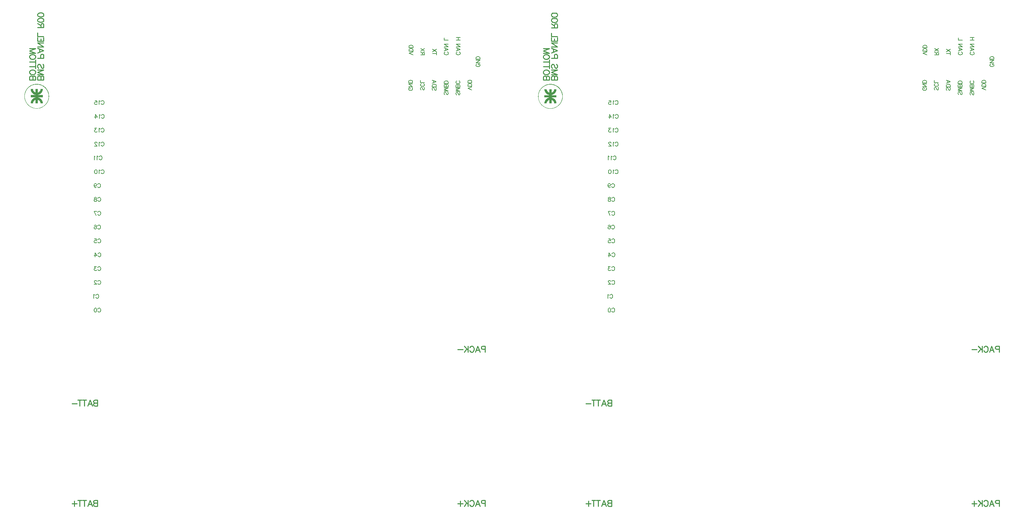
<source format=gbo>
G04*
G04 #@! TF.GenerationSoftware,Altium Limited,Altium Designer,18.0.7 (293)*
G04*
G04 Layer_Color=32896*
%FSLAX25Y25*%
%MOIN*%
G70*
G01*
G75*
%ADD52C,0.00787*%
%ADD57C,0.01000*%
G36*
X15823Y503754D02*
X16802D01*
Y503692D01*
X16863D01*
Y503754D01*
X16924D01*
Y503692D01*
X17047D01*
Y503631D01*
X17597D01*
Y503570D01*
X17720D01*
Y503509D01*
X17842D01*
Y503570D01*
X17965D01*
Y503509D01*
X18148D01*
Y503448D01*
X18515D01*
Y503387D01*
X18699D01*
Y503325D01*
X18882D01*
Y503264D01*
X19066D01*
Y503203D01*
X19250D01*
Y503142D01*
X19494D01*
Y503081D01*
X19556D01*
Y503019D01*
X19678D01*
Y502958D01*
X19739D01*
Y503019D01*
X19800D01*
Y502958D01*
X19923D01*
Y502836D01*
X19984D01*
Y502897D01*
X20045D01*
Y502836D01*
X20168D01*
Y502775D01*
X20229D01*
Y502713D01*
X20474D01*
Y502591D01*
X20718D01*
Y502469D01*
X20779D01*
Y502530D01*
X20841D01*
Y502408D01*
X21147D01*
Y502346D01*
X21024D01*
Y502285D01*
X21269D01*
Y502163D01*
X21392D01*
Y502224D01*
X21453D01*
Y502163D01*
X21514D01*
Y502040D01*
X21575D01*
Y502102D01*
X21636D01*
Y502040D01*
X21759D01*
Y501979D01*
X21881D01*
Y501918D01*
X21942D01*
Y501857D01*
X22065D01*
Y501734D01*
X22187D01*
Y501673D01*
X22309D01*
Y501551D01*
X22432D01*
Y501490D01*
X22493D01*
Y501367D01*
X22738D01*
Y501306D01*
X22677D01*
Y501245D01*
X22860D01*
Y501122D01*
X23044D01*
Y501000D01*
X23105D01*
Y500939D01*
X23289D01*
Y500878D01*
X23227D01*
Y500816D01*
X23411D01*
Y500694D01*
X23533D01*
Y500572D01*
X23656D01*
Y500449D01*
X23778D01*
Y500327D01*
X23900D01*
Y500205D01*
X24023D01*
Y500143D01*
X24084D01*
Y500021D01*
X24268D01*
Y499960D01*
X24206D01*
Y499898D01*
X24329D01*
Y499776D01*
X24451D01*
Y499654D01*
X24574D01*
Y499470D01*
X24635D01*
Y499531D01*
X24696D01*
Y499348D01*
X24757D01*
Y499287D01*
X24818D01*
Y499225D01*
X24880D01*
Y499103D01*
X25002D01*
Y498981D01*
X25063D01*
Y498919D01*
X25124D01*
Y498858D01*
X25185D01*
Y498736D01*
X25247D01*
Y498675D01*
X25308D01*
Y498552D01*
X25430D01*
Y498430D01*
X25491D01*
Y498308D01*
X25553D01*
Y498185D01*
X25614D01*
Y498124D01*
X25675D01*
Y498001D01*
X25797D01*
Y497818D01*
X25859D01*
Y497695D01*
X25920D01*
Y497512D01*
X26042D01*
Y497267D01*
X26165D01*
Y497145D01*
X26226D01*
Y496961D01*
X26348D01*
Y496716D01*
X26471D01*
Y496472D01*
X26532D01*
Y496411D01*
X26593D01*
Y496227D01*
X26654D01*
Y496104D01*
X26715D01*
Y495921D01*
X26776D01*
Y495798D01*
X26838D01*
Y495676D01*
X26899D01*
Y495493D01*
X26960D01*
Y495248D01*
X27021D01*
Y495125D01*
X27082D01*
Y494819D01*
X27144D01*
Y494575D01*
X27205D01*
Y494391D01*
X27266D01*
Y494146D01*
X27327D01*
Y493779D01*
X27389D01*
Y493228D01*
X27450D01*
Y493167D01*
X27389D01*
Y493106D01*
X27511D01*
Y492066D01*
X27572D01*
Y490964D01*
X27511D01*
Y489924D01*
X27389D01*
Y489863D01*
X27450D01*
Y489802D01*
X27389D01*
Y489251D01*
X27327D01*
Y488884D01*
X27266D01*
Y488639D01*
X27205D01*
Y488455D01*
X27144D01*
Y488210D01*
X27082D01*
Y487905D01*
X27021D01*
Y487843D01*
X26960D01*
Y487537D01*
X26899D01*
Y487415D01*
X26838D01*
Y487231D01*
X26776D01*
Y487109D01*
X26715D01*
Y486925D01*
X26654D01*
Y486803D01*
X26593D01*
Y486619D01*
X26532D01*
Y486558D01*
X26471D01*
Y486313D01*
X26348D01*
Y486069D01*
X26226D01*
Y485885D01*
X26165D01*
Y485763D01*
X26042D01*
Y485518D01*
X25920D01*
Y485334D01*
X25859D01*
Y485212D01*
X25797D01*
Y485090D01*
X25736D01*
Y485028D01*
X25675D01*
Y484906D01*
X25614D01*
Y484845D01*
X25553D01*
Y484722D01*
X25491D01*
Y484600D01*
X25430D01*
Y484539D01*
X25369D01*
Y484478D01*
X25308D01*
Y484355D01*
X25247D01*
Y484294D01*
X25185D01*
Y484233D01*
X25124D01*
Y484110D01*
X25063D01*
Y484049D01*
X25002D01*
Y483927D01*
X24880D01*
Y483805D01*
X24818D01*
Y483743D01*
X24757D01*
Y483682D01*
X24696D01*
Y483560D01*
X24574D01*
Y483376D01*
X24451D01*
Y483315D01*
X24390D01*
Y483254D01*
X24329D01*
Y483131D01*
X24206D01*
Y483009D01*
X24084D01*
Y482887D01*
X23962D01*
Y482825D01*
X23900D01*
Y482703D01*
X23778D01*
Y482642D01*
X23717D01*
Y482581D01*
X23656D01*
Y482519D01*
X23595D01*
Y482458D01*
X23533D01*
Y482336D01*
X23411D01*
Y482213D01*
X23227D01*
Y482091D01*
X23105D01*
Y482030D01*
X23044D01*
Y481969D01*
X22983D01*
Y481908D01*
X22860D01*
Y481785D01*
X22677D01*
Y481724D01*
X22615D01*
Y481663D01*
X22493D01*
Y481540D01*
X22432D01*
Y481479D01*
X22309D01*
Y481418D01*
X22248D01*
Y481357D01*
X22126D01*
Y481295D01*
X22065D01*
Y481234D01*
X21942D01*
Y481173D01*
X21881D01*
Y481112D01*
X21820D01*
Y481051D01*
X21697D01*
Y480990D01*
X21514D01*
Y480867D01*
X21269D01*
Y480745D01*
X21024D01*
Y480622D01*
X20841D01*
Y480500D01*
X20779D01*
Y480561D01*
X20718D01*
Y480500D01*
X20657D01*
Y480439D01*
X20474D01*
Y480378D01*
X20412D01*
Y480316D01*
X20229D01*
Y480255D01*
X20168D01*
Y480194D01*
X19923D01*
Y480133D01*
X19862D01*
Y480072D01*
X19678D01*
Y480011D01*
X19556D01*
Y479949D01*
X19311D01*
Y479888D01*
X19250D01*
Y479827D01*
X18944D01*
Y479766D01*
X18882D01*
Y479705D01*
X18577D01*
Y479643D01*
X18515D01*
Y479705D01*
X18454D01*
Y479643D01*
X18332D01*
Y479582D01*
X18148D01*
Y479521D01*
X17659D01*
Y479460D01*
X17597D01*
Y479398D01*
X16985D01*
Y479337D01*
X16924D01*
Y479276D01*
X16863D01*
Y479337D01*
X16802D01*
Y479276D01*
X15823D01*
Y479215D01*
X15456D01*
Y479276D01*
X15394D01*
Y479215D01*
X14721D01*
Y479276D01*
X13742D01*
Y479337D01*
X13681D01*
Y479276D01*
X13620D01*
Y479337D01*
X13559D01*
Y479398D01*
X12947D01*
Y479460D01*
X12824D01*
Y479521D01*
X12396D01*
Y479582D01*
X12212D01*
Y479643D01*
X12090D01*
Y479705D01*
X12029D01*
Y479643D01*
X11968D01*
Y479705D01*
X11784D01*
Y479766D01*
X11723D01*
Y479705D01*
X11662D01*
Y479766D01*
X11600D01*
Y479827D01*
X11294D01*
Y479888D01*
X11233D01*
Y479949D01*
X10988D01*
Y480011D01*
X10866D01*
Y480072D01*
X10683D01*
Y480133D01*
X10621D01*
Y480194D01*
X10377D01*
Y480255D01*
X10315D01*
Y480316D01*
X10132D01*
Y480378D01*
X10071D01*
Y480439D01*
X9887D01*
Y480500D01*
X9826D01*
Y480561D01*
X9765D01*
Y480500D01*
X9703D01*
Y480622D01*
X9520D01*
Y480684D01*
X9459D01*
Y480745D01*
X9275D01*
Y480867D01*
X9030D01*
Y480990D01*
X8847D01*
Y481051D01*
X8724D01*
Y481112D01*
X8663D01*
Y481173D01*
X8602D01*
Y481234D01*
X8479D01*
Y481295D01*
X8418D01*
Y481357D01*
X8296D01*
Y481418D01*
X8235D01*
Y481479D01*
X8112D01*
Y481540D01*
X8051D01*
Y481663D01*
X7929D01*
Y481724D01*
X7806D01*
Y481785D01*
X7684D01*
Y481908D01*
X7562D01*
Y481969D01*
X7500D01*
Y482030D01*
X7439D01*
Y482091D01*
X7317D01*
Y482213D01*
X7133D01*
Y482336D01*
X7011D01*
Y482458D01*
X6888D01*
Y482581D01*
X6766D01*
Y482703D01*
X6644D01*
Y482825D01*
X6583D01*
Y482887D01*
X6460D01*
Y483009D01*
X6338D01*
Y483131D01*
X6215D01*
Y483254D01*
X6154D01*
Y483315D01*
X6093D01*
Y483376D01*
X5971D01*
Y483560D01*
X5848D01*
Y483682D01*
X5787D01*
Y483743D01*
X5726D01*
Y483805D01*
X5665D01*
Y483866D01*
X5603D01*
Y483927D01*
X5542D01*
Y484049D01*
X5481D01*
Y484110D01*
X5420D01*
Y484233D01*
X5359D01*
Y484294D01*
X5297D01*
Y484355D01*
X5236D01*
Y484478D01*
X5175D01*
Y484539D01*
X5114D01*
Y484600D01*
X5053D01*
Y484722D01*
X4992D01*
Y484845D01*
X4930D01*
Y484906D01*
X4869D01*
Y485028D01*
X4808D01*
Y485090D01*
X4747D01*
Y485212D01*
X4685D01*
Y485273D01*
X4624D01*
Y485518D01*
X4502D01*
Y485763D01*
X4380D01*
Y485885D01*
X4318D01*
Y486069D01*
X4196D01*
Y486313D01*
X4074D01*
Y486558D01*
X4012D01*
Y486619D01*
X3951D01*
Y486803D01*
X3890D01*
Y486925D01*
X3829D01*
Y487109D01*
X3768D01*
Y487231D01*
X3706D01*
Y487415D01*
X3645D01*
Y487537D01*
X3584D01*
Y487782D01*
X3523D01*
Y487905D01*
X3462D01*
Y488210D01*
X3400D01*
Y488455D01*
X3339D01*
Y488578D01*
X3278D01*
Y488884D01*
X3217D01*
Y489251D01*
X3156D01*
Y489802D01*
X3033D01*
Y490964D01*
X2972D01*
Y492066D01*
X3033D01*
Y493228D01*
X3156D01*
Y493473D01*
X3094D01*
Y493534D01*
X3156D01*
Y493779D01*
X3217D01*
Y494146D01*
X3278D01*
Y494452D01*
X3339D01*
Y494575D01*
X3400D01*
Y494819D01*
X3462D01*
Y495125D01*
X3523D01*
Y495248D01*
X3584D01*
Y495493D01*
X3645D01*
Y495615D01*
X3706D01*
Y495798D01*
X3768D01*
Y495921D01*
X3829D01*
Y496104D01*
X3890D01*
Y496227D01*
X3951D01*
Y496411D01*
X4012D01*
Y496472D01*
X4074D01*
Y496716D01*
X4196D01*
Y496961D01*
X4318D01*
Y497145D01*
X4380D01*
Y497267D01*
X4502D01*
Y497512D01*
X4624D01*
Y497757D01*
X4685D01*
Y497818D01*
X4747D01*
Y497940D01*
X4808D01*
Y498001D01*
X4869D01*
Y498124D01*
X4930D01*
Y498185D01*
X4992D01*
Y498308D01*
X5053D01*
Y498430D01*
X5114D01*
Y498552D01*
X5236D01*
Y498675D01*
X5297D01*
Y498736D01*
X5359D01*
Y498858D01*
X5420D01*
Y498919D01*
X5481D01*
Y498981D01*
X5542D01*
Y499103D01*
X5603D01*
Y499164D01*
X5665D01*
Y499225D01*
X5726D01*
Y499287D01*
X5787D01*
Y499348D01*
X5848D01*
Y499470D01*
X5971D01*
Y499654D01*
X6093D01*
Y499776D01*
X6215D01*
Y499898D01*
X6338D01*
Y500021D01*
X6460D01*
Y500143D01*
X6583D01*
Y500205D01*
X6644D01*
Y500327D01*
X6766D01*
Y500449D01*
X6888D01*
Y500572D01*
X7011D01*
Y500694D01*
X7133D01*
Y500816D01*
X7317D01*
Y500939D01*
X7439D01*
Y501000D01*
X7500D01*
Y501061D01*
X7562D01*
Y501122D01*
X7684D01*
Y501245D01*
X7806D01*
Y501367D01*
X8051D01*
Y501490D01*
X8112D01*
Y501551D01*
X8235D01*
Y501612D01*
X8296D01*
Y501673D01*
X8418D01*
Y501734D01*
X8479D01*
Y501795D01*
X8602D01*
Y501857D01*
X8663D01*
Y501918D01*
X8724D01*
Y501979D01*
X8847D01*
Y502040D01*
X9030D01*
Y502163D01*
X9275D01*
Y502285D01*
X9459D01*
Y502346D01*
X9520D01*
Y502408D01*
X9703D01*
Y502530D01*
X9826D01*
Y502591D01*
X10071D01*
Y502713D01*
X10315D01*
Y502836D01*
X10621D01*
Y502897D01*
X10683D01*
Y502958D01*
X10866D01*
Y503019D01*
X10988D01*
Y503081D01*
X11172D01*
Y503142D01*
X11294D01*
Y503203D01*
X11356D01*
Y503142D01*
X11417D01*
Y503203D01*
X11600D01*
Y503264D01*
X11662D01*
Y503325D01*
X11723D01*
Y503264D01*
X11784D01*
Y503325D01*
X11968D01*
Y503387D01*
X12212D01*
Y503448D01*
X12396D01*
Y503509D01*
X12824D01*
Y503570D01*
X12947D01*
Y503631D01*
X13497D01*
Y503692D01*
X13620D01*
Y503754D01*
X13681D01*
Y503692D01*
X13742D01*
Y503754D01*
X14721D01*
Y503815D01*
X15394D01*
Y503754D01*
X15456D01*
Y503815D01*
X15823D01*
Y503754D01*
D02*
G37*
G36*
X527327Y503654D02*
X528306D01*
Y503592D01*
X528368D01*
Y503654D01*
X528429D01*
Y503592D01*
X528551D01*
Y503531D01*
X529102D01*
Y503470D01*
X529224D01*
Y503409D01*
X529347D01*
Y503470D01*
X529469D01*
Y503409D01*
X529653D01*
Y503348D01*
X530020D01*
Y503287D01*
X530203D01*
Y503225D01*
X530387D01*
Y503164D01*
X530571D01*
Y503103D01*
X530754D01*
Y503042D01*
X530999D01*
Y502981D01*
X531060D01*
Y502919D01*
X531182D01*
Y502858D01*
X531244D01*
Y502919D01*
X531305D01*
Y502858D01*
X531427D01*
Y502736D01*
X531488D01*
Y502797D01*
X531550D01*
Y502736D01*
X531672D01*
Y502675D01*
X531733D01*
Y502613D01*
X531978D01*
Y502491D01*
X532223D01*
Y502369D01*
X532284D01*
Y502430D01*
X532345D01*
Y502308D01*
X532651D01*
Y502246D01*
X532529D01*
Y502185D01*
X532773D01*
Y502063D01*
X532896D01*
Y502124D01*
X532957D01*
Y502063D01*
X533018D01*
Y501940D01*
X533079D01*
Y502001D01*
X533141D01*
Y501940D01*
X533263D01*
Y501879D01*
X533385D01*
Y501818D01*
X533447D01*
Y501757D01*
X533569D01*
Y501634D01*
X533691D01*
Y501573D01*
X533814D01*
Y501451D01*
X533936D01*
Y501390D01*
X533997D01*
Y501267D01*
X534242D01*
Y501206D01*
X534181D01*
Y501145D01*
X534365D01*
Y501022D01*
X534548D01*
Y500900D01*
X534609D01*
Y500839D01*
X534793D01*
Y500778D01*
X534732D01*
Y500716D01*
X534915D01*
Y500594D01*
X535038D01*
Y500472D01*
X535160D01*
Y500349D01*
X535282D01*
Y500227D01*
X535405D01*
Y500105D01*
X535527D01*
Y500043D01*
X535588D01*
Y499921D01*
X535772D01*
Y499860D01*
X535711D01*
Y499798D01*
X535833D01*
Y499676D01*
X535955D01*
Y499554D01*
X536078D01*
Y499370D01*
X536139D01*
Y499431D01*
X536200D01*
Y499248D01*
X536262D01*
Y499187D01*
X536323D01*
Y499125D01*
X536384D01*
Y499003D01*
X536506D01*
Y498881D01*
X536567D01*
Y498819D01*
X536629D01*
Y498758D01*
X536690D01*
Y498636D01*
X536751D01*
Y498575D01*
X536812D01*
Y498452D01*
X536935D01*
Y498330D01*
X536996D01*
Y498208D01*
X537057D01*
Y498085D01*
X537118D01*
Y498024D01*
X537179D01*
Y497901D01*
X537302D01*
Y497718D01*
X537363D01*
Y497596D01*
X537424D01*
Y497412D01*
X537547D01*
Y497167D01*
X537669D01*
Y497045D01*
X537730D01*
Y496861D01*
X537853D01*
Y496616D01*
X537975D01*
Y496372D01*
X538036D01*
Y496311D01*
X538097D01*
Y496127D01*
X538159D01*
Y496004D01*
X538220D01*
Y495821D01*
X538281D01*
Y495698D01*
X538342D01*
Y495576D01*
X538403D01*
Y495393D01*
X538464D01*
Y495148D01*
X538526D01*
Y495025D01*
X538587D01*
Y494719D01*
X538648D01*
Y494475D01*
X538709D01*
Y494291D01*
X538770D01*
Y494046D01*
X538832D01*
Y493679D01*
X538893D01*
Y493128D01*
X538954D01*
Y493067D01*
X538893D01*
Y493006D01*
X539015D01*
Y491966D01*
X539076D01*
Y490864D01*
X539015D01*
Y489824D01*
X538893D01*
Y489763D01*
X538954D01*
Y489702D01*
X538893D01*
Y489151D01*
X538832D01*
Y488784D01*
X538770D01*
Y488539D01*
X538709D01*
Y488355D01*
X538648D01*
Y488110D01*
X538587D01*
Y487805D01*
X538526D01*
Y487743D01*
X538464D01*
Y487437D01*
X538403D01*
Y487315D01*
X538342D01*
Y487131D01*
X538281D01*
Y487009D01*
X538220D01*
Y486825D01*
X538159D01*
Y486703D01*
X538097D01*
Y486519D01*
X538036D01*
Y486458D01*
X537975D01*
Y486213D01*
X537853D01*
Y485969D01*
X537730D01*
Y485785D01*
X537669D01*
Y485663D01*
X537547D01*
Y485418D01*
X537424D01*
Y485234D01*
X537363D01*
Y485112D01*
X537302D01*
Y484990D01*
X537241D01*
Y484928D01*
X537179D01*
Y484806D01*
X537118D01*
Y484745D01*
X537057D01*
Y484622D01*
X536996D01*
Y484500D01*
X536935D01*
Y484439D01*
X536873D01*
Y484378D01*
X536812D01*
Y484255D01*
X536751D01*
Y484194D01*
X536690D01*
Y484133D01*
X536629D01*
Y484011D01*
X536567D01*
Y483949D01*
X536506D01*
Y483827D01*
X536384D01*
Y483705D01*
X536323D01*
Y483643D01*
X536262D01*
Y483582D01*
X536200D01*
Y483460D01*
X536078D01*
Y483276D01*
X535955D01*
Y483215D01*
X535894D01*
Y483154D01*
X535833D01*
Y483031D01*
X535711D01*
Y482909D01*
X535588D01*
Y482787D01*
X535466D01*
Y482725D01*
X535405D01*
Y482603D01*
X535282D01*
Y482542D01*
X535221D01*
Y482481D01*
X535160D01*
Y482419D01*
X535099D01*
Y482358D01*
X535038D01*
Y482236D01*
X534915D01*
Y482113D01*
X534732D01*
Y481991D01*
X534609D01*
Y481930D01*
X534548D01*
Y481869D01*
X534487D01*
Y481808D01*
X534365D01*
Y481685D01*
X534181D01*
Y481624D01*
X534120D01*
Y481563D01*
X533997D01*
Y481440D01*
X533936D01*
Y481379D01*
X533814D01*
Y481318D01*
X533753D01*
Y481257D01*
X533630D01*
Y481195D01*
X533569D01*
Y481134D01*
X533447D01*
Y481073D01*
X533385D01*
Y481012D01*
X533324D01*
Y480951D01*
X533202D01*
Y480890D01*
X533018D01*
Y480767D01*
X532773D01*
Y480645D01*
X532529D01*
Y480522D01*
X532345D01*
Y480400D01*
X532284D01*
Y480461D01*
X532223D01*
Y480400D01*
X532162D01*
Y480339D01*
X531978D01*
Y480278D01*
X531917D01*
Y480216D01*
X531733D01*
Y480155D01*
X531672D01*
Y480094D01*
X531427D01*
Y480033D01*
X531366D01*
Y479972D01*
X531182D01*
Y479911D01*
X531060D01*
Y479849D01*
X530815D01*
Y479788D01*
X530754D01*
Y479727D01*
X530448D01*
Y479666D01*
X530387D01*
Y479604D01*
X530081D01*
Y479543D01*
X530020D01*
Y479604D01*
X529958D01*
Y479543D01*
X529836D01*
Y479482D01*
X529653D01*
Y479421D01*
X529163D01*
Y479360D01*
X529102D01*
Y479298D01*
X528490D01*
Y479237D01*
X528429D01*
Y479176D01*
X528368D01*
Y479237D01*
X528306D01*
Y479176D01*
X527327D01*
Y479115D01*
X526960D01*
Y479176D01*
X526899D01*
Y479115D01*
X526226D01*
Y479176D01*
X525247D01*
Y479237D01*
X525185D01*
Y479176D01*
X525124D01*
Y479237D01*
X525063D01*
Y479298D01*
X524451D01*
Y479360D01*
X524329D01*
Y479421D01*
X523900D01*
Y479482D01*
X523717D01*
Y479543D01*
X523594D01*
Y479604D01*
X523533D01*
Y479543D01*
X523472D01*
Y479604D01*
X523288D01*
Y479666D01*
X523227D01*
Y479604D01*
X523166D01*
Y479666D01*
X523105D01*
Y479727D01*
X522799D01*
Y479788D01*
X522738D01*
Y479849D01*
X522493D01*
Y479911D01*
X522370D01*
Y479972D01*
X522187D01*
Y480033D01*
X522126D01*
Y480094D01*
X521881D01*
Y480155D01*
X521820D01*
Y480216D01*
X521636D01*
Y480278D01*
X521575D01*
Y480339D01*
X521391D01*
Y480400D01*
X521330D01*
Y480461D01*
X521269D01*
Y480400D01*
X521208D01*
Y480522D01*
X521024D01*
Y480584D01*
X520963D01*
Y480645D01*
X520779D01*
Y480767D01*
X520535D01*
Y480890D01*
X520351D01*
Y480951D01*
X520229D01*
Y481012D01*
X520167D01*
Y481073D01*
X520106D01*
Y481134D01*
X519984D01*
Y481195D01*
X519923D01*
Y481257D01*
X519800D01*
Y481318D01*
X519739D01*
Y481379D01*
X519617D01*
Y481440D01*
X519556D01*
Y481563D01*
X519433D01*
Y481624D01*
X519311D01*
Y481685D01*
X519188D01*
Y481808D01*
X519066D01*
Y481869D01*
X519005D01*
Y481930D01*
X518944D01*
Y481991D01*
X518821D01*
Y482113D01*
X518638D01*
Y482236D01*
X518515D01*
Y482358D01*
X518393D01*
Y482481D01*
X518270D01*
Y482603D01*
X518148D01*
Y482725D01*
X518087D01*
Y482787D01*
X517965D01*
Y482909D01*
X517842D01*
Y483031D01*
X517720D01*
Y483154D01*
X517659D01*
Y483215D01*
X517597D01*
Y483276D01*
X517475D01*
Y483460D01*
X517353D01*
Y483582D01*
X517291D01*
Y483643D01*
X517230D01*
Y483705D01*
X517169D01*
Y483766D01*
X517108D01*
Y483827D01*
X517047D01*
Y483949D01*
X516985D01*
Y484011D01*
X516924D01*
Y484133D01*
X516863D01*
Y484194D01*
X516802D01*
Y484255D01*
X516741D01*
Y484378D01*
X516679D01*
Y484439D01*
X516618D01*
Y484500D01*
X516557D01*
Y484622D01*
X516496D01*
Y484745D01*
X516435D01*
Y484806D01*
X516373D01*
Y484928D01*
X516312D01*
Y484990D01*
X516251D01*
Y485112D01*
X516190D01*
Y485173D01*
X516129D01*
Y485418D01*
X516006D01*
Y485663D01*
X515884D01*
Y485785D01*
X515823D01*
Y485969D01*
X515700D01*
Y486213D01*
X515578D01*
Y486458D01*
X515517D01*
Y486519D01*
X515455D01*
Y486703D01*
X515394D01*
Y486825D01*
X515333D01*
Y487009D01*
X515272D01*
Y487131D01*
X515211D01*
Y487315D01*
X515150D01*
Y487437D01*
X515088D01*
Y487682D01*
X515027D01*
Y487805D01*
X514966D01*
Y488110D01*
X514905D01*
Y488355D01*
X514844D01*
Y488478D01*
X514782D01*
Y488784D01*
X514721D01*
Y489151D01*
X514660D01*
Y489702D01*
X514538D01*
Y490864D01*
X514476D01*
Y491966D01*
X514538D01*
Y493128D01*
X514660D01*
Y493373D01*
X514599D01*
Y493434D01*
X514660D01*
Y493679D01*
X514721D01*
Y494046D01*
X514782D01*
Y494352D01*
X514844D01*
Y494475D01*
X514905D01*
Y494719D01*
X514966D01*
Y495025D01*
X515027D01*
Y495148D01*
X515088D01*
Y495393D01*
X515150D01*
Y495515D01*
X515211D01*
Y495698D01*
X515272D01*
Y495821D01*
X515333D01*
Y496004D01*
X515394D01*
Y496127D01*
X515455D01*
Y496311D01*
X515517D01*
Y496372D01*
X515578D01*
Y496616D01*
X515700D01*
Y496861D01*
X515823D01*
Y497045D01*
X515884D01*
Y497167D01*
X516006D01*
Y497412D01*
X516129D01*
Y497657D01*
X516190D01*
Y497718D01*
X516251D01*
Y497840D01*
X516312D01*
Y497901D01*
X516373D01*
Y498024D01*
X516435D01*
Y498085D01*
X516496D01*
Y498208D01*
X516557D01*
Y498330D01*
X516618D01*
Y498452D01*
X516741D01*
Y498575D01*
X516802D01*
Y498636D01*
X516863D01*
Y498758D01*
X516924D01*
Y498819D01*
X516985D01*
Y498881D01*
X517047D01*
Y499003D01*
X517108D01*
Y499064D01*
X517169D01*
Y499125D01*
X517230D01*
Y499187D01*
X517291D01*
Y499248D01*
X517353D01*
Y499370D01*
X517475D01*
Y499554D01*
X517597D01*
Y499676D01*
X517720D01*
Y499798D01*
X517842D01*
Y499921D01*
X517965D01*
Y500043D01*
X518087D01*
Y500105D01*
X518148D01*
Y500227D01*
X518270D01*
Y500349D01*
X518393D01*
Y500472D01*
X518515D01*
Y500594D01*
X518638D01*
Y500716D01*
X518821D01*
Y500839D01*
X518944D01*
Y500900D01*
X519005D01*
Y500961D01*
X519066D01*
Y501022D01*
X519188D01*
Y501145D01*
X519311D01*
Y501267D01*
X519556D01*
Y501390D01*
X519617D01*
Y501451D01*
X519739D01*
Y501512D01*
X519800D01*
Y501573D01*
X519923D01*
Y501634D01*
X519984D01*
Y501695D01*
X520106D01*
Y501757D01*
X520167D01*
Y501818D01*
X520229D01*
Y501879D01*
X520351D01*
Y501940D01*
X520535D01*
Y502063D01*
X520779D01*
Y502185D01*
X520963D01*
Y502246D01*
X521024D01*
Y502308D01*
X521208D01*
Y502430D01*
X521330D01*
Y502491D01*
X521575D01*
Y502613D01*
X521820D01*
Y502736D01*
X522126D01*
Y502797D01*
X522187D01*
Y502858D01*
X522370D01*
Y502919D01*
X522493D01*
Y502981D01*
X522676D01*
Y503042D01*
X522799D01*
Y503103D01*
X522860D01*
Y503042D01*
X522921D01*
Y503103D01*
X523105D01*
Y503164D01*
X523166D01*
Y503225D01*
X523227D01*
Y503164D01*
X523288D01*
Y503225D01*
X523472D01*
Y503287D01*
X523717D01*
Y503348D01*
X523900D01*
Y503409D01*
X524329D01*
Y503470D01*
X524451D01*
Y503531D01*
X525002D01*
Y503592D01*
X525124D01*
Y503654D01*
X525185D01*
Y503592D01*
X525247D01*
Y503654D01*
X526226D01*
Y503715D01*
X526899D01*
Y503654D01*
X526960D01*
Y503715D01*
X527327D01*
Y503654D01*
D02*
G37*
%LPC*%
G36*
X18515Y503387D02*
X18454D01*
Y503325D01*
X18515D01*
Y503387D01*
D02*
G37*
G36*
X3156Y493167D02*
X3094D01*
Y493106D01*
X3156D01*
Y493167D01*
D02*
G37*
G36*
Y489924D02*
X3094D01*
Y489863D01*
X3156D01*
Y489924D01*
D02*
G37*
G36*
X16129Y503264D02*
X14171D01*
Y503203D01*
X13865D01*
Y503142D01*
X13253D01*
Y503081D01*
X13069D01*
Y503019D01*
X12702D01*
Y502958D01*
X12396D01*
Y502897D01*
X12212D01*
Y502836D01*
X11968D01*
Y502775D01*
X11845D01*
Y502713D01*
X11539D01*
Y502652D01*
X11417D01*
Y502591D01*
X11172D01*
Y502530D01*
X11050D01*
Y502469D01*
X10805D01*
Y502408D01*
X10744D01*
Y502346D01*
X10499D01*
Y502285D01*
X10438D01*
Y502224D01*
X10254D01*
Y502163D01*
X10193D01*
Y502102D01*
X10071D01*
Y502040D01*
X9948D01*
Y501979D01*
X9826D01*
Y501918D01*
X9703D01*
Y501857D01*
X9642D01*
Y501795D01*
X9459D01*
Y501734D01*
X9397D01*
Y501673D01*
X9214D01*
Y501612D01*
X9153D01*
Y501551D01*
X9092D01*
Y501490D01*
X8969D01*
Y501428D01*
X8908D01*
Y501367D01*
X8724D01*
Y501306D01*
X8663D01*
Y501245D01*
X8602D01*
Y501184D01*
X8479D01*
Y501122D01*
X8357D01*
Y501061D01*
X8296D01*
Y501000D01*
X8235D01*
Y500939D01*
X8174D01*
Y500878D01*
X8051D01*
Y500816D01*
X7990D01*
Y500755D01*
X7929D01*
Y500694D01*
X7806D01*
Y500633D01*
X7745D01*
Y500572D01*
X7684D01*
Y500511D01*
X7623D01*
Y500449D01*
X7500D01*
Y500388D01*
Y500327D01*
X7378D01*
Y500266D01*
Y500205D01*
X7256D01*
Y500143D01*
X7194D01*
Y500082D01*
X7133D01*
Y500021D01*
X7072D01*
Y499960D01*
X7011D01*
Y499898D01*
X6950D01*
Y499837D01*
X6888D01*
Y499776D01*
X6827D01*
Y499715D01*
X6766D01*
Y499654D01*
X6705D01*
Y499592D01*
X6644D01*
Y499531D01*
X6583D01*
Y499470D01*
Y499409D01*
X6460D01*
Y499348D01*
Y499287D01*
X6399D01*
Y499225D01*
X6338D01*
Y499164D01*
X6277D01*
Y499103D01*
X6215D01*
Y499042D01*
X6154D01*
Y498981D01*
X6093D01*
Y498919D01*
X6032D01*
Y498858D01*
Y498797D01*
X5971D01*
Y498736D01*
X5909D01*
Y498675D01*
X5848D01*
Y498613D01*
X5787D01*
Y498552D01*
Y498491D01*
X5726D01*
Y498430D01*
X5665D01*
Y498369D01*
Y498308D01*
X5603D01*
Y498246D01*
X5542D01*
Y498185D01*
Y498124D01*
X5481D01*
Y498063D01*
X5420D01*
Y498001D01*
Y497940D01*
X5359D01*
Y497879D01*
X5297D01*
Y497818D01*
Y497757D01*
X5236D01*
Y497695D01*
X5175D01*
Y497634D01*
X5114D01*
Y497573D01*
Y497512D01*
Y497451D01*
X5053D01*
Y497390D01*
X4992D01*
Y497328D01*
Y497267D01*
X4930D01*
Y497206D01*
X4869D01*
Y497145D01*
Y497084D01*
X4808D01*
Y497022D01*
Y496961D01*
X4747D01*
Y496900D01*
Y496839D01*
X4685D01*
Y496778D01*
Y496716D01*
X4624D01*
Y496655D01*
X4563D01*
Y496594D01*
Y496533D01*
Y496472D01*
X4502D01*
Y496411D01*
X4441D01*
Y496349D01*
Y496288D01*
Y496227D01*
Y496166D01*
X4380D01*
Y496104D01*
X4318D01*
Y496043D01*
Y495982D01*
Y495921D01*
X4257D01*
Y495860D01*
Y495798D01*
X4196D01*
Y495737D01*
Y495676D01*
Y495615D01*
Y495554D01*
X4135D01*
Y495493D01*
X4074D01*
Y495431D01*
Y495370D01*
Y495309D01*
Y495248D01*
X4012D01*
Y495187D01*
Y495125D01*
X3951D01*
Y495064D01*
Y495003D01*
Y494942D01*
Y494881D01*
X3890D01*
Y494819D01*
Y494758D01*
Y494697D01*
X3829D01*
Y494636D01*
Y494575D01*
Y494513D01*
Y494452D01*
X3768D01*
Y494391D01*
Y494330D01*
Y494269D01*
Y494207D01*
X3706D01*
Y494146D01*
Y494085D01*
X3645D01*
Y494024D01*
Y493963D01*
Y493901D01*
Y493840D01*
Y493779D01*
Y493718D01*
Y493657D01*
X3584D01*
Y493596D01*
Y493534D01*
Y493473D01*
X3523D01*
Y493412D01*
Y493351D01*
Y493290D01*
Y493228D01*
Y493167D01*
Y493106D01*
Y493045D01*
Y492984D01*
X3462D01*
Y492922D01*
Y492861D01*
Y492800D01*
Y492739D01*
Y492678D01*
X3400D01*
Y492616D01*
Y492555D01*
Y492494D01*
Y492433D01*
Y492372D01*
Y492310D01*
Y492249D01*
Y492188D01*
Y492127D01*
Y492066D01*
Y492004D01*
Y491943D01*
Y491882D01*
Y491821D01*
Y491760D01*
Y491699D01*
Y491637D01*
Y491576D01*
Y491515D01*
Y491454D01*
Y491393D01*
Y491331D01*
Y491270D01*
Y491209D01*
Y491148D01*
Y491087D01*
Y491025D01*
Y490964D01*
Y490903D01*
Y490842D01*
Y490781D01*
Y490719D01*
Y490658D01*
Y490597D01*
Y490536D01*
Y490475D01*
Y490413D01*
Y490352D01*
Y490291D01*
Y490230D01*
X3462D01*
Y490169D01*
Y490107D01*
Y490046D01*
Y489985D01*
Y489924D01*
Y489863D01*
Y489802D01*
X3523D01*
Y489740D01*
Y489679D01*
Y489618D01*
Y489557D01*
Y489496D01*
Y489434D01*
Y489373D01*
Y489312D01*
X3584D01*
Y489251D01*
Y489190D01*
Y489128D01*
X3645D01*
Y489067D01*
Y489006D01*
Y488945D01*
Y488884D01*
Y488822D01*
Y488761D01*
Y488700D01*
X3706D01*
Y488639D01*
Y488578D01*
X3768D01*
Y488516D01*
Y488455D01*
Y488394D01*
Y488333D01*
X3829D01*
Y488272D01*
Y488210D01*
Y488149D01*
Y488088D01*
X3890D01*
Y488027D01*
Y487966D01*
Y487905D01*
X3951D01*
Y487843D01*
Y487782D01*
Y487721D01*
Y487660D01*
X4012D01*
Y487599D01*
X4074D01*
Y487537D01*
Y487476D01*
Y487415D01*
Y487354D01*
X4135D01*
Y487292D01*
Y487231D01*
X4196D01*
Y487170D01*
Y487109D01*
Y487048D01*
X4257D01*
Y486987D01*
Y486925D01*
X4318D01*
Y486864D01*
Y486803D01*
Y486742D01*
Y486681D01*
X4380D01*
Y486619D01*
X4441D01*
Y486558D01*
Y486497D01*
Y486436D01*
X4502D01*
Y486375D01*
Y486313D01*
X4563D01*
Y486252D01*
Y486191D01*
Y486130D01*
X4624D01*
Y486069D01*
X4685D01*
Y486007D01*
Y485946D01*
X4747D01*
Y485885D01*
Y485824D01*
X4808D01*
Y485763D01*
X4869D01*
Y485702D01*
Y485640D01*
X4930D01*
Y485579D01*
Y485518D01*
X4992D01*
Y485457D01*
Y485395D01*
X5053D01*
Y485334D01*
X5114D01*
Y485273D01*
Y485212D01*
X5175D01*
Y485151D01*
X5236D01*
Y485090D01*
Y485028D01*
X5297D01*
Y484967D01*
Y484906D01*
X5359D01*
Y484845D01*
X5420D01*
Y484784D01*
Y484722D01*
X5481D01*
Y484661D01*
X5542D01*
Y484600D01*
Y484539D01*
X5603D01*
Y484478D01*
X5665D01*
Y484416D01*
Y484355D01*
X5787D01*
Y484294D01*
Y484233D01*
X5848D01*
Y484172D01*
X5909D01*
Y484110D01*
Y484049D01*
X6032D01*
Y483988D01*
Y483927D01*
X6093D01*
Y483866D01*
X6154D01*
Y483805D01*
X6215D01*
Y483743D01*
Y483682D01*
X6277D01*
Y483621D01*
X6338D01*
Y483560D01*
X6399D01*
Y483498D01*
X6460D01*
Y483437D01*
X6521D01*
Y483376D01*
X6583D01*
Y483315D01*
X6644D01*
Y483254D01*
X6705D01*
Y483192D01*
X6766D01*
Y483131D01*
X6827D01*
Y483070D01*
X6888D01*
Y483009D01*
X6950D01*
Y482948D01*
X7011D01*
Y482887D01*
X7072D01*
Y482825D01*
X7133D01*
Y482764D01*
X7194D01*
Y482703D01*
X7256D01*
Y482642D01*
X7317D01*
Y482581D01*
X7439D01*
Y482519D01*
X7500D01*
Y482458D01*
X7562D01*
Y482397D01*
X7623D01*
Y482336D01*
X7684D01*
Y482275D01*
X7745D01*
Y482213D01*
X7806D01*
Y482152D01*
X7929D01*
Y482091D01*
X7990D01*
Y482030D01*
X8051D01*
Y481969D01*
X8112D01*
Y481908D01*
X8235D01*
Y481846D01*
X8296D01*
Y481785D01*
X8418D01*
Y481724D01*
X8479D01*
Y481663D01*
X8602D01*
Y481601D01*
X8663D01*
Y481540D01*
X8785D01*
Y481479D01*
X8847D01*
Y481418D01*
X8969D01*
Y481357D01*
X9092D01*
Y481295D01*
X9153D01*
Y481234D01*
X9275D01*
Y481173D01*
X9336D01*
Y481112D01*
X9459D01*
Y481051D01*
X9581D01*
Y480990D01*
X9642D01*
Y480928D01*
X9765D01*
Y480867D01*
X9887D01*
Y480806D01*
X10009D01*
Y480745D01*
X10071D01*
Y480684D01*
X10315D01*
Y480622D01*
X10377D01*
Y480561D01*
X10621D01*
Y480500D01*
X10683D01*
Y480439D01*
X10927D01*
Y480378D01*
X10988D01*
Y480316D01*
X11233D01*
Y480255D01*
X11356D01*
Y480194D01*
X11539D01*
Y480133D01*
X11662D01*
Y480072D01*
X11906D01*
Y480011D01*
X12151D01*
Y479949D01*
X12274D01*
Y479888D01*
X12641D01*
Y479827D01*
X12824D01*
Y479766D01*
X13253D01*
Y479705D01*
X13436D01*
Y479643D01*
X14048D01*
Y479582D01*
X16190D01*
Y479643D01*
X16863D01*
Y479705D01*
X17108D01*
Y479766D01*
X17597D01*
Y479827D01*
X17781D01*
Y479888D01*
X18148D01*
Y479949D01*
X18271D01*
Y480011D01*
X18577D01*
Y480072D01*
X18760D01*
Y480133D01*
X18944D01*
Y480194D01*
X19127D01*
Y480255D01*
X19250D01*
Y480316D01*
X19494D01*
Y480378D01*
X19556D01*
Y480439D01*
X19800D01*
Y480500D01*
X19862D01*
Y480561D01*
X20106D01*
Y480622D01*
X20168D01*
Y480684D01*
X20351D01*
Y480745D01*
X20412D01*
Y480806D01*
X20596D01*
Y480867D01*
X20657D01*
Y480928D01*
X20779D01*
Y480990D01*
X20902D01*
Y481051D01*
X21024D01*
Y481112D01*
X21147D01*
Y481173D01*
X21208D01*
Y481234D01*
X21330D01*
Y481295D01*
X21392D01*
Y481357D01*
X21514D01*
Y481418D01*
X21636D01*
Y481479D01*
X21697D01*
Y481540D01*
X21820D01*
Y481601D01*
X21881D01*
Y481663D01*
X22003D01*
Y481724D01*
X22065D01*
Y481785D01*
X22187D01*
Y481846D01*
X22248D01*
Y481908D01*
X22371D01*
Y481969D01*
X22432D01*
Y482030D01*
X22493D01*
Y482091D01*
X22554D01*
Y482152D01*
X22615D01*
Y482213D01*
X22677D01*
Y482275D01*
X22799D01*
Y482336D01*
X22860D01*
Y482397D01*
X22921D01*
Y482458D01*
X22983D01*
Y482519D01*
X23044D01*
Y482581D01*
X23166D01*
Y482642D01*
Y482703D01*
X23289D01*
Y482764D01*
Y482825D01*
X23350D01*
Y482887D01*
X23472D01*
Y482948D01*
X23533D01*
Y483009D01*
X23595D01*
Y483070D01*
X23656D01*
Y483131D01*
X23717D01*
Y483192D01*
X23778D01*
Y483254D01*
X23839D01*
Y483315D01*
X23900D01*
Y483376D01*
X23962D01*
Y483437D01*
Y483498D01*
X24023D01*
Y483560D01*
X24084D01*
Y483621D01*
X24145D01*
Y483682D01*
X24206D01*
Y483743D01*
X24268D01*
Y483805D01*
X24329D01*
Y483866D01*
Y483927D01*
X24390D01*
Y483988D01*
X24451D01*
Y484049D01*
X24512D01*
Y484110D01*
Y484172D01*
X24635D01*
Y484233D01*
Y484294D01*
X24696D01*
Y484355D01*
X24757D01*
Y484416D01*
Y484478D01*
X24818D01*
Y484539D01*
X24880D01*
Y484600D01*
X24941D01*
Y484661D01*
Y484722D01*
X25002D01*
Y484784D01*
Y484845D01*
X25124D01*
Y484906D01*
Y484967D01*
X25185D01*
Y485028D01*
Y485090D01*
X25247D01*
Y485151D01*
Y485212D01*
X25308D01*
Y485273D01*
X25369D01*
Y485334D01*
Y485395D01*
X25430D01*
Y485457D01*
Y485518D01*
X25491D01*
Y485579D01*
X25553D01*
Y485640D01*
Y485702D01*
X25614D01*
Y485763D01*
X25675D01*
Y485824D01*
Y485885D01*
Y485946D01*
X25736D01*
Y486007D01*
X25797D01*
Y486069D01*
Y486130D01*
X25859D01*
Y486191D01*
Y486252D01*
Y486313D01*
X25920D01*
Y486375D01*
X25981D01*
Y486436D01*
Y486497D01*
Y486558D01*
X26042D01*
Y486619D01*
X26103D01*
Y486681D01*
Y486742D01*
Y486803D01*
Y486864D01*
X26165D01*
Y486925D01*
X26226D01*
Y486987D01*
Y487048D01*
Y487109D01*
Y487170D01*
X26287D01*
Y487231D01*
X26348D01*
Y487292D01*
Y487354D01*
Y487415D01*
Y487476D01*
Y487537D01*
X26409D01*
Y487599D01*
X26471D01*
Y487660D01*
Y487721D01*
Y487782D01*
Y487843D01*
Y487905D01*
X26532D01*
Y487966D01*
X26593D01*
Y488027D01*
Y488088D01*
Y488149D01*
Y488210D01*
Y488272D01*
X26654D01*
Y488333D01*
Y488394D01*
Y488455D01*
X26715D01*
Y488516D01*
Y488578D01*
Y488639D01*
Y488700D01*
X26776D01*
Y488761D01*
Y488822D01*
Y488884D01*
Y488945D01*
Y489006D01*
X26838D01*
Y489067D01*
Y489128D01*
Y489190D01*
X26899D01*
Y489251D01*
Y489312D01*
Y489373D01*
Y489434D01*
Y489496D01*
Y489557D01*
Y489618D01*
Y489679D01*
X26960D01*
Y489740D01*
Y489802D01*
Y489863D01*
Y489924D01*
X27021D01*
Y489985D01*
Y490046D01*
Y490107D01*
Y490169D01*
Y490230D01*
Y490291D01*
Y490352D01*
Y490413D01*
Y490475D01*
Y490536D01*
Y490597D01*
Y490658D01*
Y490719D01*
Y490781D01*
Y490842D01*
Y490903D01*
Y490964D01*
Y491025D01*
Y491087D01*
Y491148D01*
Y491209D01*
Y491270D01*
X27082D01*
Y491331D01*
Y491393D01*
Y491454D01*
Y491515D01*
X27021D01*
Y491576D01*
Y491637D01*
Y491699D01*
Y491760D01*
Y491821D01*
Y491882D01*
Y491943D01*
Y492004D01*
Y492066D01*
Y492127D01*
Y492188D01*
Y492249D01*
Y492310D01*
Y492372D01*
Y492433D01*
Y492494D01*
Y492555D01*
Y492616D01*
Y492678D01*
Y492739D01*
Y492800D01*
Y492861D01*
X26960D01*
Y492922D01*
Y492984D01*
Y493045D01*
Y493106D01*
X26899D01*
Y493167D01*
Y493228D01*
Y493290D01*
Y493351D01*
Y493412D01*
Y493473D01*
Y493534D01*
Y493596D01*
Y493657D01*
X26838D01*
Y493718D01*
Y493779D01*
Y493840D01*
X26776D01*
Y493901D01*
Y493963D01*
Y494024D01*
Y494085D01*
Y494146D01*
X26715D01*
Y494207D01*
Y494269D01*
Y494330D01*
Y494391D01*
X26654D01*
Y494452D01*
Y494513D01*
X26593D01*
Y494575D01*
Y494636D01*
Y494697D01*
Y494758D01*
Y494819D01*
X26532D01*
Y494881D01*
Y494942D01*
X26471D01*
Y495003D01*
Y495064D01*
Y495125D01*
Y495187D01*
Y495248D01*
X26409D01*
Y495309D01*
X26348D01*
Y495370D01*
Y495431D01*
Y495493D01*
Y495554D01*
X26287D01*
Y495615D01*
Y495676D01*
X26226D01*
Y495737D01*
Y495798D01*
Y495860D01*
Y495921D01*
X26165D01*
Y495982D01*
X26103D01*
Y496043D01*
Y496104D01*
Y496166D01*
Y496227D01*
X26042D01*
Y496288D01*
X25981D01*
Y496349D01*
Y496411D01*
Y496472D01*
X25920D01*
Y496533D01*
X25859D01*
Y496594D01*
Y496655D01*
Y496716D01*
X25797D01*
Y496778D01*
Y496839D01*
X25736D01*
Y496900D01*
X25675D01*
Y496961D01*
Y497022D01*
X25614D01*
Y497084D01*
X25553D01*
Y497145D01*
Y497206D01*
Y497267D01*
X25491D01*
Y497328D01*
X25430D01*
Y497390D01*
Y497451D01*
X25369D01*
Y497512D01*
X25308D01*
Y497573D01*
Y497634D01*
X25247D01*
Y497695D01*
Y497757D01*
X25185D01*
Y497818D01*
X25124D01*
Y497879D01*
Y497940D01*
X25063D01*
Y498001D01*
X25002D01*
Y498063D01*
Y498124D01*
X24941D01*
Y498185D01*
X24880D01*
Y498246D01*
Y498308D01*
X24818D01*
Y498369D01*
X24757D01*
Y498430D01*
Y498491D01*
X24696D01*
Y498552D01*
X24635D01*
Y498613D01*
Y498675D01*
X24512D01*
Y498736D01*
Y498797D01*
X24451D01*
Y498858D01*
X24390D01*
Y498919D01*
X24329D01*
Y498981D01*
X24268D01*
Y499042D01*
X24206D01*
Y499103D01*
Y499164D01*
X24145D01*
Y499225D01*
X24084D01*
Y499287D01*
X24023D01*
Y499348D01*
X23962D01*
Y499409D01*
X23900D01*
Y499470D01*
X23839D01*
Y499531D01*
X23778D01*
Y499592D01*
X23717D01*
Y499654D01*
X23656D01*
Y499715D01*
Y499776D01*
X23533D01*
Y499837D01*
X23472D01*
Y499898D01*
X23411D01*
Y499960D01*
X23350D01*
Y500021D01*
X23289D01*
Y500082D01*
X23227D01*
Y500143D01*
X23166D01*
Y500205D01*
X23105D01*
Y500266D01*
X23044D01*
Y500327D01*
X22983D01*
Y500388D01*
X22921D01*
Y500449D01*
X22799D01*
Y500511D01*
X22738D01*
Y500572D01*
X22677D01*
Y500633D01*
X22615D01*
Y500694D01*
X22493D01*
Y500755D01*
X22432D01*
Y500816D01*
X22371D01*
Y500878D01*
X22248D01*
Y500939D01*
X22187D01*
Y501000D01*
X22126D01*
Y501061D01*
X22003D01*
Y501122D01*
X21942D01*
Y501184D01*
X21881D01*
Y501245D01*
X21759D01*
Y501306D01*
X21697D01*
Y501367D01*
X21575D01*
Y501428D01*
X21453D01*
Y501490D01*
X21392D01*
Y501551D01*
X21269D01*
Y501612D01*
X21208D01*
Y501673D01*
X21086D01*
Y501734D01*
X21024D01*
Y501795D01*
X20841D01*
Y501857D01*
X20779D01*
Y501918D01*
X20596D01*
Y501979D01*
X20535D01*
Y502040D01*
X20412D01*
Y502102D01*
X20290D01*
Y502163D01*
X20168D01*
Y502224D01*
X19984D01*
Y502285D01*
X19923D01*
Y502346D01*
X19678D01*
Y502408D01*
X19617D01*
Y502469D01*
X19372D01*
Y502530D01*
X19311D01*
Y502591D01*
X19066D01*
Y502652D01*
X18882D01*
Y502713D01*
X18577D01*
Y502775D01*
X18515D01*
Y502836D01*
X18148D01*
Y502897D01*
X17965D01*
Y502958D01*
X17720D01*
Y503019D01*
X17291D01*
Y503081D01*
X17108D01*
Y503142D01*
X16374D01*
Y503203D01*
X16129D01*
Y503264D01*
D02*
G37*
%LPD*%
G36*
X21330Y498185D02*
X21269D01*
Y497818D01*
X21208D01*
Y497451D01*
X21147D01*
Y497206D01*
X21086D01*
Y496961D01*
X21024D01*
Y496839D01*
X20963D01*
Y496594D01*
X20902D01*
Y496472D01*
X20841D01*
Y496288D01*
X20779D01*
Y496166D01*
X20718D01*
Y496043D01*
X20657D01*
Y495921D01*
X20596D01*
Y495860D01*
X20535D01*
Y495737D01*
X20474D01*
Y495676D01*
X20412D01*
Y495493D01*
X20351D01*
Y495431D01*
X20290D01*
Y495370D01*
X20229D01*
Y495248D01*
X20168D01*
Y495187D01*
X20106D01*
Y495125D01*
X20045D01*
Y495064D01*
X19984D01*
Y494942D01*
X19923D01*
Y494881D01*
X19862D01*
Y494819D01*
X19800D01*
Y494758D01*
X19739D01*
Y494636D01*
X19617D01*
Y494513D01*
X19494D01*
Y494391D01*
X19433D01*
Y494330D01*
X19311D01*
Y494207D01*
X19188D01*
Y494146D01*
X19127D01*
Y494085D01*
X19005D01*
Y493963D01*
X18882D01*
Y493901D01*
X18821D01*
Y493840D01*
X18699D01*
Y493779D01*
X18638D01*
Y493718D01*
X18577D01*
Y493657D01*
X18454D01*
Y493596D01*
X18332D01*
Y493534D01*
X18209D01*
Y493473D01*
X18087D01*
Y493412D01*
X17965D01*
Y493351D01*
X17842D01*
Y493290D01*
X17659D01*
Y493228D01*
X17536D01*
Y493167D01*
X17353D01*
Y493106D01*
X17230D01*
Y493045D01*
X16741D01*
Y492984D01*
X16618D01*
Y492922D01*
X16557D01*
Y492739D01*
X16618D01*
Y492678D01*
X17108D01*
Y492739D01*
X21208D01*
Y492800D01*
X21269D01*
Y492739D01*
X21330D01*
Y490475D01*
X16985D01*
Y490536D01*
X16802D01*
Y490475D01*
X16618D01*
Y490291D01*
X16680D01*
Y490230D01*
X16741D01*
Y490169D01*
X16985D01*
Y490107D01*
X17353D01*
Y490046D01*
X17414D01*
Y489985D01*
X17659D01*
Y489924D01*
X17720D01*
Y489863D01*
X17903D01*
Y489802D01*
X17965D01*
Y489740D01*
X18148D01*
Y489679D01*
X18271D01*
Y489618D01*
X18393D01*
Y489557D01*
X18454D01*
Y489496D01*
X18577D01*
Y489434D01*
X18638D01*
Y489373D01*
X18760D01*
Y489312D01*
X18821D01*
Y489251D01*
X18944D01*
Y489190D01*
X19005D01*
Y489128D01*
X19066D01*
Y489067D01*
X19188D01*
Y489006D01*
X19250D01*
Y488945D01*
X19311D01*
Y488884D01*
X19372D01*
Y488822D01*
X19433D01*
Y488761D01*
X19494D01*
Y488700D01*
X19556D01*
Y488639D01*
X19617D01*
Y488578D01*
X19678D01*
Y488516D01*
X19739D01*
Y488455D01*
X19800D01*
Y488394D01*
X19862D01*
Y488272D01*
X19984D01*
Y488149D01*
X20045D01*
Y488088D01*
X20106D01*
Y487966D01*
X20168D01*
Y487905D01*
X20229D01*
Y487843D01*
X20290D01*
Y487721D01*
X20351D01*
Y487660D01*
X20412D01*
Y487537D01*
X20474D01*
Y487476D01*
X20535D01*
Y487292D01*
X20596D01*
Y487231D01*
X20657D01*
Y487109D01*
X20718D01*
Y486987D01*
X20779D01*
Y486864D01*
X20841D01*
Y486742D01*
X20902D01*
Y486619D01*
X20963D01*
Y486375D01*
X21024D01*
Y486252D01*
X21086D01*
Y485946D01*
X21147D01*
Y485702D01*
X21208D01*
Y485334D01*
X21269D01*
Y484967D01*
X21330D01*
Y484478D01*
X19005D01*
Y485090D01*
X18944D01*
Y485273D01*
X18882D01*
Y485579D01*
X18821D01*
Y485640D01*
X18760D01*
Y485885D01*
X18699D01*
Y485946D01*
X18638D01*
Y486069D01*
X18577D01*
Y486191D01*
X18515D01*
Y486313D01*
X18454D01*
Y486436D01*
X18393D01*
Y486497D01*
X18332D01*
Y486619D01*
X18271D01*
Y486681D01*
X18209D01*
Y486742D01*
X18148D01*
Y486803D01*
X18087D01*
Y486864D01*
X18026D01*
Y486925D01*
X17965D01*
Y486987D01*
X17903D01*
Y487048D01*
X17842D01*
Y487109D01*
X17781D01*
Y487170D01*
X17720D01*
Y487231D01*
X17659D01*
Y487292D01*
X17536D01*
Y487415D01*
X17414D01*
Y487476D01*
X17353D01*
Y487537D01*
X17230D01*
Y487599D01*
X17108D01*
Y487660D01*
X17047D01*
Y487721D01*
X16924D01*
Y487782D01*
X16802D01*
Y487843D01*
X16680D01*
Y487905D01*
X16435D01*
Y484478D01*
X14109D01*
Y487905D01*
X13926D01*
Y487843D01*
X13742D01*
Y487782D01*
X13681D01*
Y487721D01*
X13497D01*
Y487660D01*
X13436D01*
Y487599D01*
X13314D01*
Y487537D01*
X13253D01*
Y487476D01*
X13192D01*
Y487415D01*
X13069D01*
Y487354D01*
X13008D01*
Y487292D01*
X12947D01*
Y487231D01*
X12886D01*
Y487170D01*
X12763D01*
Y487109D01*
X12702D01*
Y487048D01*
X12641D01*
Y486987D01*
X12580D01*
Y486925D01*
X12518D01*
Y486864D01*
X12457D01*
Y486803D01*
X12396D01*
Y486681D01*
X12335D01*
Y486619D01*
X12274D01*
Y486497D01*
X12212D01*
Y486436D01*
X12151D01*
Y486313D01*
X12090D01*
Y486252D01*
X12029D01*
Y486130D01*
X11968D01*
Y486069D01*
X11906D01*
Y485885D01*
X11845D01*
Y485763D01*
X11784D01*
Y485579D01*
X11723D01*
Y485457D01*
X11662D01*
Y485151D01*
X11600D01*
Y484784D01*
X11539D01*
Y484478D01*
X9214D01*
Y484600D01*
X9275D01*
Y485090D01*
X9336D01*
Y485640D01*
X9397D01*
Y485885D01*
X9459D01*
Y486069D01*
X9520D01*
Y486252D01*
X9581D01*
Y486497D01*
X9642D01*
Y486619D01*
X9703D01*
Y486803D01*
X9765D01*
Y486864D01*
X9826D01*
Y487048D01*
X9887D01*
Y487170D01*
X9948D01*
Y487292D01*
X10009D01*
Y487354D01*
X10071D01*
Y487476D01*
X10132D01*
Y487599D01*
X10193D01*
Y487660D01*
X10254D01*
Y487782D01*
X10315D01*
Y487843D01*
X10377D01*
Y487966D01*
X10438D01*
Y488027D01*
X10499D01*
Y488149D01*
X10560D01*
Y488210D01*
X10621D01*
Y488272D01*
X10683D01*
Y488333D01*
X10744D01*
Y488394D01*
X10805D01*
Y488455D01*
X10866D01*
Y488516D01*
X10927D01*
Y488578D01*
X10988D01*
Y488639D01*
X11050D01*
Y488700D01*
X11111D01*
Y488761D01*
X11172D01*
Y488822D01*
X11233D01*
Y488884D01*
X11294D01*
Y488945D01*
X11356D01*
Y489006D01*
X11417D01*
Y489067D01*
X11478D01*
Y489128D01*
X11539D01*
Y489190D01*
X11662D01*
Y489251D01*
X11723D01*
Y489312D01*
X11784D01*
Y489373D01*
X11906D01*
Y489434D01*
X11968D01*
Y489496D01*
X12090D01*
Y489557D01*
X12151D01*
Y489618D01*
X12335D01*
Y489679D01*
X12396D01*
Y489740D01*
X12580D01*
Y489802D01*
X12702D01*
Y489863D01*
X12886D01*
Y489924D01*
X12947D01*
Y489985D01*
X13130D01*
Y490046D01*
X13253D01*
Y490107D01*
X13559D01*
Y490169D01*
X13926D01*
Y490291D01*
X13987D01*
Y490475D01*
X13865D01*
Y490536D01*
X13559D01*
Y490475D01*
X9275D01*
Y490536D01*
X9214D01*
Y490597D01*
X9275D01*
Y492739D01*
X13497D01*
Y492678D01*
X13926D01*
Y492800D01*
X13987D01*
Y492922D01*
X13926D01*
Y492984D01*
X13865D01*
Y493045D01*
X13375D01*
Y493106D01*
X13253D01*
Y493167D01*
X13008D01*
Y493228D01*
X12947D01*
Y493290D01*
X12763D01*
Y493351D01*
X12641D01*
Y493412D01*
X12518D01*
Y493473D01*
X12396D01*
Y493534D01*
X12212D01*
Y493596D01*
X12151D01*
Y493657D01*
X12029D01*
Y493718D01*
X11968D01*
Y493779D01*
X11845D01*
Y493840D01*
X11784D01*
Y493901D01*
X11723D01*
Y493963D01*
X11600D01*
Y494024D01*
X11539D01*
Y494085D01*
X11478D01*
Y494146D01*
X11417D01*
Y494207D01*
X11294D01*
Y494330D01*
X11172D01*
Y494391D01*
X11111D01*
Y494452D01*
X11050D01*
Y494513D01*
X10988D01*
Y494575D01*
X10927D01*
Y494636D01*
X10866D01*
Y494697D01*
X10805D01*
Y494758D01*
X10744D01*
Y494819D01*
X10683D01*
Y494881D01*
X10621D01*
Y495003D01*
X10560D01*
Y495064D01*
X10499D01*
Y495125D01*
X10438D01*
Y495187D01*
X10377D01*
Y495370D01*
X10254D01*
Y495554D01*
X10132D01*
Y495737D01*
X10071D01*
Y495798D01*
X10009D01*
Y495921D01*
X9948D01*
Y496043D01*
X9887D01*
Y496104D01*
X9826D01*
Y496288D01*
X9765D01*
Y496349D01*
X9703D01*
Y496594D01*
X9642D01*
Y496716D01*
X9581D01*
Y496961D01*
X9520D01*
Y497084D01*
X9459D01*
Y497267D01*
X9397D01*
Y497573D01*
X9336D01*
Y498124D01*
X9275D01*
Y498736D01*
X11539D01*
Y498430D01*
X11600D01*
Y498001D01*
X11662D01*
Y497757D01*
X11723D01*
Y497634D01*
X11784D01*
Y497390D01*
X11845D01*
Y497267D01*
X11906D01*
Y497145D01*
X11968D01*
Y497084D01*
X12029D01*
Y496961D01*
X12090D01*
Y496839D01*
X12151D01*
Y496716D01*
X12212D01*
Y496655D01*
X12274D01*
Y496533D01*
X12335D01*
Y496472D01*
X12396D01*
Y496411D01*
X12457D01*
Y496349D01*
X12518D01*
Y496288D01*
X12580D01*
Y496227D01*
X12641D01*
Y496166D01*
X12702D01*
Y496104D01*
X12763D01*
Y496043D01*
X12824D01*
Y495982D01*
X12886D01*
Y495921D01*
X12947D01*
Y495860D01*
X13069D01*
Y495798D01*
X13130D01*
Y495737D01*
X13253D01*
Y495615D01*
X13375D01*
Y495554D01*
X13497D01*
Y495493D01*
X13620D01*
Y495431D01*
X13742D01*
Y495370D01*
X13865D01*
Y495309D01*
X14109D01*
Y495431D01*
X14171D01*
Y495493D01*
X14109D01*
Y498430D01*
X14171D01*
Y498491D01*
X14109D01*
Y498736D01*
X16435D01*
Y495309D01*
X16741D01*
Y495370D01*
X16802D01*
Y495431D01*
X16985D01*
Y495493D01*
X17108D01*
Y495554D01*
X17169D01*
Y495615D01*
X17291D01*
Y495676D01*
X17353D01*
Y495737D01*
X17475D01*
Y495798D01*
X17536D01*
Y495860D01*
X17597D01*
Y495921D01*
X17720D01*
Y495982D01*
X17781D01*
Y496043D01*
X17842D01*
Y496104D01*
X17903D01*
Y496166D01*
X17965D01*
Y496227D01*
X18026D01*
Y496288D01*
X18087D01*
Y496349D01*
X18148D01*
Y496411D01*
X18209D01*
Y496533D01*
X18271D01*
Y496594D01*
X18332D01*
Y496716D01*
X18393D01*
Y496778D01*
X18454D01*
Y496900D01*
X18515D01*
Y496961D01*
X18577D01*
Y497084D01*
X18638D01*
Y497206D01*
X18699D01*
Y497328D01*
X18760D01*
Y497512D01*
X18821D01*
Y497634D01*
X18882D01*
Y497879D01*
X18944D01*
Y498063D01*
X19005D01*
Y498736D01*
X21330D01*
Y498185D01*
D02*
G37*
%LPC*%
G36*
X530020Y503287D02*
X529958D01*
Y503225D01*
X530020D01*
Y503287D01*
D02*
G37*
G36*
X514660Y493067D02*
X514599D01*
Y493006D01*
X514660D01*
Y493067D01*
D02*
G37*
G36*
Y489824D02*
X514599D01*
Y489763D01*
X514660D01*
Y489824D01*
D02*
G37*
G36*
X527633Y503164D02*
X525675D01*
Y503103D01*
X525369D01*
Y503042D01*
X524757D01*
Y502981D01*
X524573D01*
Y502919D01*
X524206D01*
Y502858D01*
X523900D01*
Y502797D01*
X523717D01*
Y502736D01*
X523472D01*
Y502675D01*
X523350D01*
Y502613D01*
X523044D01*
Y502552D01*
X522921D01*
Y502491D01*
X522676D01*
Y502430D01*
X522554D01*
Y502369D01*
X522309D01*
Y502308D01*
X522248D01*
Y502246D01*
X522003D01*
Y502185D01*
X521942D01*
Y502124D01*
X521759D01*
Y502063D01*
X521697D01*
Y502001D01*
X521575D01*
Y501940D01*
X521453D01*
Y501879D01*
X521330D01*
Y501818D01*
X521208D01*
Y501757D01*
X521147D01*
Y501695D01*
X520963D01*
Y501634D01*
X520902D01*
Y501573D01*
X520718D01*
Y501512D01*
X520657D01*
Y501451D01*
X520596D01*
Y501390D01*
X520473D01*
Y501328D01*
X520412D01*
Y501267D01*
X520229D01*
Y501206D01*
X520167D01*
Y501145D01*
X520106D01*
Y501084D01*
X519984D01*
Y501022D01*
X519862D01*
Y500961D01*
X519800D01*
Y500900D01*
X519739D01*
Y500839D01*
X519678D01*
Y500778D01*
X519556D01*
Y500716D01*
X519494D01*
Y500655D01*
X519433D01*
Y500594D01*
X519311D01*
Y500533D01*
X519250D01*
Y500472D01*
X519188D01*
Y500411D01*
X519127D01*
Y500349D01*
X519005D01*
Y500288D01*
Y500227D01*
X518882D01*
Y500166D01*
Y500105D01*
X518760D01*
Y500043D01*
X518699D01*
Y499982D01*
X518638D01*
Y499921D01*
X518576D01*
Y499860D01*
X518515D01*
Y499798D01*
X518454D01*
Y499737D01*
X518393D01*
Y499676D01*
X518332D01*
Y499615D01*
X518270D01*
Y499554D01*
X518209D01*
Y499493D01*
X518148D01*
Y499431D01*
X518087D01*
Y499370D01*
Y499309D01*
X517965D01*
Y499248D01*
Y499187D01*
X517903D01*
Y499125D01*
X517842D01*
Y499064D01*
X517781D01*
Y499003D01*
X517720D01*
Y498942D01*
X517659D01*
Y498881D01*
X517597D01*
Y498819D01*
X517536D01*
Y498758D01*
Y498697D01*
X517475D01*
Y498636D01*
X517414D01*
Y498575D01*
X517353D01*
Y498513D01*
X517291D01*
Y498452D01*
Y498391D01*
X517230D01*
Y498330D01*
X517169D01*
Y498269D01*
Y498208D01*
X517108D01*
Y498146D01*
X517047D01*
Y498085D01*
Y498024D01*
X516985D01*
Y497963D01*
X516924D01*
Y497901D01*
Y497840D01*
X516863D01*
Y497779D01*
X516802D01*
Y497718D01*
Y497657D01*
X516741D01*
Y497596D01*
X516679D01*
Y497534D01*
X516618D01*
Y497473D01*
Y497412D01*
Y497351D01*
X516557D01*
Y497290D01*
X516496D01*
Y497228D01*
Y497167D01*
X516435D01*
Y497106D01*
X516373D01*
Y497045D01*
Y496984D01*
X516312D01*
Y496922D01*
Y496861D01*
X516251D01*
Y496800D01*
Y496739D01*
X516190D01*
Y496678D01*
Y496616D01*
X516129D01*
Y496555D01*
X516068D01*
Y496494D01*
Y496433D01*
Y496372D01*
X516006D01*
Y496311D01*
X515945D01*
Y496249D01*
Y496188D01*
Y496127D01*
Y496066D01*
X515884D01*
Y496004D01*
X515823D01*
Y495943D01*
Y495882D01*
Y495821D01*
X515762D01*
Y495760D01*
Y495698D01*
X515700D01*
Y495637D01*
Y495576D01*
Y495515D01*
Y495454D01*
X515639D01*
Y495393D01*
X515578D01*
Y495331D01*
Y495270D01*
Y495209D01*
Y495148D01*
X515517D01*
Y495087D01*
Y495025D01*
X515455D01*
Y494964D01*
Y494903D01*
Y494842D01*
Y494781D01*
X515394D01*
Y494719D01*
Y494658D01*
Y494597D01*
X515333D01*
Y494536D01*
Y494475D01*
Y494413D01*
Y494352D01*
X515272D01*
Y494291D01*
Y494230D01*
Y494169D01*
Y494107D01*
X515211D01*
Y494046D01*
Y493985D01*
X515150D01*
Y493924D01*
Y493863D01*
Y493801D01*
Y493740D01*
Y493679D01*
Y493618D01*
Y493557D01*
X515088D01*
Y493496D01*
Y493434D01*
Y493373D01*
X515027D01*
Y493312D01*
Y493251D01*
Y493190D01*
Y493128D01*
Y493067D01*
Y493006D01*
Y492945D01*
Y492884D01*
X514966D01*
Y492822D01*
Y492761D01*
Y492700D01*
Y492639D01*
Y492578D01*
X514905D01*
Y492516D01*
Y492455D01*
Y492394D01*
Y492333D01*
Y492272D01*
Y492210D01*
Y492149D01*
Y492088D01*
Y492027D01*
Y491966D01*
Y491904D01*
Y491843D01*
Y491782D01*
Y491721D01*
Y491660D01*
Y491599D01*
Y491537D01*
Y491476D01*
Y491415D01*
Y491354D01*
Y491292D01*
Y491231D01*
Y491170D01*
Y491109D01*
Y491048D01*
Y490987D01*
Y490925D01*
Y490864D01*
Y490803D01*
Y490742D01*
Y490681D01*
Y490619D01*
Y490558D01*
Y490497D01*
Y490436D01*
Y490375D01*
Y490313D01*
Y490252D01*
Y490191D01*
Y490130D01*
X514966D01*
Y490069D01*
Y490007D01*
Y489946D01*
Y489885D01*
Y489824D01*
Y489763D01*
Y489702D01*
X515027D01*
Y489640D01*
Y489579D01*
Y489518D01*
Y489457D01*
Y489396D01*
Y489334D01*
Y489273D01*
Y489212D01*
X515088D01*
Y489151D01*
Y489090D01*
Y489028D01*
X515150D01*
Y488967D01*
Y488906D01*
Y488845D01*
Y488784D01*
Y488722D01*
Y488661D01*
Y488600D01*
X515211D01*
Y488539D01*
Y488478D01*
X515272D01*
Y488416D01*
Y488355D01*
Y488294D01*
Y488233D01*
X515333D01*
Y488172D01*
Y488110D01*
Y488049D01*
Y487988D01*
X515394D01*
Y487927D01*
Y487866D01*
Y487805D01*
X515455D01*
Y487743D01*
Y487682D01*
Y487621D01*
Y487560D01*
X515517D01*
Y487499D01*
X515578D01*
Y487437D01*
Y487376D01*
Y487315D01*
Y487254D01*
X515639D01*
Y487192D01*
Y487131D01*
X515700D01*
Y487070D01*
Y487009D01*
Y486948D01*
X515762D01*
Y486887D01*
Y486825D01*
X515823D01*
Y486764D01*
Y486703D01*
Y486642D01*
Y486581D01*
X515884D01*
Y486519D01*
X515945D01*
Y486458D01*
Y486397D01*
Y486336D01*
X516006D01*
Y486275D01*
Y486213D01*
X516068D01*
Y486152D01*
Y486091D01*
Y486030D01*
X516129D01*
Y485969D01*
X516190D01*
Y485908D01*
Y485846D01*
X516251D01*
Y485785D01*
Y485724D01*
X516312D01*
Y485663D01*
X516373D01*
Y485602D01*
Y485540D01*
X516435D01*
Y485479D01*
Y485418D01*
X516496D01*
Y485357D01*
Y485295D01*
X516557D01*
Y485234D01*
X516618D01*
Y485173D01*
Y485112D01*
X516679D01*
Y485051D01*
X516741D01*
Y484990D01*
Y484928D01*
X516802D01*
Y484867D01*
Y484806D01*
X516863D01*
Y484745D01*
X516924D01*
Y484684D01*
Y484622D01*
X516985D01*
Y484561D01*
X517047D01*
Y484500D01*
Y484439D01*
X517108D01*
Y484378D01*
X517169D01*
Y484316D01*
Y484255D01*
X517291D01*
Y484194D01*
Y484133D01*
X517353D01*
Y484072D01*
X517414D01*
Y484011D01*
Y483949D01*
X517536D01*
Y483888D01*
Y483827D01*
X517597D01*
Y483766D01*
X517659D01*
Y483705D01*
X517720D01*
Y483643D01*
Y483582D01*
X517781D01*
Y483521D01*
X517842D01*
Y483460D01*
X517903D01*
Y483398D01*
X517965D01*
Y483337D01*
X518026D01*
Y483276D01*
X518087D01*
Y483215D01*
X518148D01*
Y483154D01*
X518209D01*
Y483092D01*
X518270D01*
Y483031D01*
X518332D01*
Y482970D01*
X518393D01*
Y482909D01*
X518454D01*
Y482848D01*
X518515D01*
Y482787D01*
X518576D01*
Y482725D01*
X518638D01*
Y482664D01*
X518699D01*
Y482603D01*
X518760D01*
Y482542D01*
X518821D01*
Y482481D01*
X518944D01*
Y482419D01*
X519005D01*
Y482358D01*
X519066D01*
Y482297D01*
X519127D01*
Y482236D01*
X519188D01*
Y482175D01*
X519250D01*
Y482113D01*
X519311D01*
Y482052D01*
X519433D01*
Y481991D01*
X519494D01*
Y481930D01*
X519556D01*
Y481869D01*
X519617D01*
Y481808D01*
X519739D01*
Y481746D01*
X519800D01*
Y481685D01*
X519923D01*
Y481624D01*
X519984D01*
Y481563D01*
X520106D01*
Y481501D01*
X520167D01*
Y481440D01*
X520290D01*
Y481379D01*
X520351D01*
Y481318D01*
X520473D01*
Y481257D01*
X520596D01*
Y481195D01*
X520657D01*
Y481134D01*
X520779D01*
Y481073D01*
X520841D01*
Y481012D01*
X520963D01*
Y480951D01*
X521085D01*
Y480890D01*
X521147D01*
Y480828D01*
X521269D01*
Y480767D01*
X521391D01*
Y480706D01*
X521514D01*
Y480645D01*
X521575D01*
Y480584D01*
X521820D01*
Y480522D01*
X521881D01*
Y480461D01*
X522126D01*
Y480400D01*
X522187D01*
Y480339D01*
X522432D01*
Y480278D01*
X522493D01*
Y480216D01*
X522738D01*
Y480155D01*
X522860D01*
Y480094D01*
X523044D01*
Y480033D01*
X523166D01*
Y479972D01*
X523411D01*
Y479911D01*
X523656D01*
Y479849D01*
X523778D01*
Y479788D01*
X524145D01*
Y479727D01*
X524329D01*
Y479666D01*
X524757D01*
Y479604D01*
X524941D01*
Y479543D01*
X525553D01*
Y479482D01*
X527694D01*
Y479543D01*
X528368D01*
Y479604D01*
X528612D01*
Y479666D01*
X529102D01*
Y479727D01*
X529285D01*
Y479788D01*
X529653D01*
Y479849D01*
X529775D01*
Y479911D01*
X530081D01*
Y479972D01*
X530265D01*
Y480033D01*
X530448D01*
Y480094D01*
X530632D01*
Y480155D01*
X530754D01*
Y480216D01*
X530999D01*
Y480278D01*
X531060D01*
Y480339D01*
X531305D01*
Y480400D01*
X531366D01*
Y480461D01*
X531611D01*
Y480522D01*
X531672D01*
Y480584D01*
X531855D01*
Y480645D01*
X531917D01*
Y480706D01*
X532100D01*
Y480767D01*
X532162D01*
Y480828D01*
X532284D01*
Y480890D01*
X532406D01*
Y480951D01*
X532529D01*
Y481012D01*
X532651D01*
Y481073D01*
X532712D01*
Y481134D01*
X532835D01*
Y481195D01*
X532896D01*
Y481257D01*
X533018D01*
Y481318D01*
X533141D01*
Y481379D01*
X533202D01*
Y481440D01*
X533324D01*
Y481501D01*
X533385D01*
Y481563D01*
X533508D01*
Y481624D01*
X533569D01*
Y481685D01*
X533691D01*
Y481746D01*
X533753D01*
Y481808D01*
X533875D01*
Y481869D01*
X533936D01*
Y481930D01*
X533997D01*
Y481991D01*
X534059D01*
Y482052D01*
X534120D01*
Y482113D01*
X534181D01*
Y482175D01*
X534303D01*
Y482236D01*
X534365D01*
Y482297D01*
X534426D01*
Y482358D01*
X534487D01*
Y482419D01*
X534548D01*
Y482481D01*
X534670D01*
Y482542D01*
Y482603D01*
X534793D01*
Y482664D01*
Y482725D01*
X534854D01*
Y482787D01*
X534976D01*
Y482848D01*
X535038D01*
Y482909D01*
X535099D01*
Y482970D01*
X535160D01*
Y483031D01*
X535221D01*
Y483092D01*
X535282D01*
Y483154D01*
X535344D01*
Y483215D01*
X535405D01*
Y483276D01*
X535466D01*
Y483337D01*
Y483398D01*
X535527D01*
Y483460D01*
X535588D01*
Y483521D01*
X535650D01*
Y483582D01*
X535711D01*
Y483643D01*
X535772D01*
Y483705D01*
X535833D01*
Y483766D01*
Y483827D01*
X535894D01*
Y483888D01*
X535955D01*
Y483949D01*
X536017D01*
Y484011D01*
Y484072D01*
X536139D01*
Y484133D01*
Y484194D01*
X536200D01*
Y484255D01*
X536262D01*
Y484316D01*
Y484378D01*
X536323D01*
Y484439D01*
X536384D01*
Y484500D01*
X536445D01*
Y484561D01*
Y484622D01*
X536506D01*
Y484684D01*
Y484745D01*
X536629D01*
Y484806D01*
Y484867D01*
X536690D01*
Y484928D01*
Y484990D01*
X536751D01*
Y485051D01*
Y485112D01*
X536812D01*
Y485173D01*
X536873D01*
Y485234D01*
Y485295D01*
X536935D01*
Y485357D01*
Y485418D01*
X536996D01*
Y485479D01*
X537057D01*
Y485540D01*
Y485602D01*
X537118D01*
Y485663D01*
X537179D01*
Y485724D01*
Y485785D01*
Y485846D01*
X537241D01*
Y485908D01*
X537302D01*
Y485969D01*
Y486030D01*
X537363D01*
Y486091D01*
Y486152D01*
Y486213D01*
X537424D01*
Y486275D01*
X537485D01*
Y486336D01*
Y486397D01*
Y486458D01*
X537547D01*
Y486519D01*
X537608D01*
Y486581D01*
Y486642D01*
Y486703D01*
Y486764D01*
X537669D01*
Y486825D01*
X537730D01*
Y486887D01*
Y486948D01*
Y487009D01*
Y487070D01*
X537791D01*
Y487131D01*
X537853D01*
Y487192D01*
Y487254D01*
Y487315D01*
Y487376D01*
Y487437D01*
X537914D01*
Y487499D01*
X537975D01*
Y487560D01*
Y487621D01*
Y487682D01*
Y487743D01*
Y487805D01*
X538036D01*
Y487866D01*
X538097D01*
Y487927D01*
Y487988D01*
Y488049D01*
Y488110D01*
Y488172D01*
X538159D01*
Y488233D01*
Y488294D01*
Y488355D01*
X538220D01*
Y488416D01*
Y488478D01*
Y488539D01*
Y488600D01*
X538281D01*
Y488661D01*
Y488722D01*
Y488784D01*
Y488845D01*
Y488906D01*
X538342D01*
Y488967D01*
Y489028D01*
Y489090D01*
X538403D01*
Y489151D01*
Y489212D01*
Y489273D01*
Y489334D01*
Y489396D01*
Y489457D01*
Y489518D01*
Y489579D01*
X538464D01*
Y489640D01*
Y489702D01*
Y489763D01*
Y489824D01*
X538526D01*
Y489885D01*
Y489946D01*
Y490007D01*
Y490069D01*
Y490130D01*
Y490191D01*
Y490252D01*
Y490313D01*
Y490375D01*
Y490436D01*
Y490497D01*
Y490558D01*
Y490619D01*
Y490681D01*
Y490742D01*
Y490803D01*
Y490864D01*
Y490925D01*
Y490987D01*
Y491048D01*
Y491109D01*
Y491170D01*
X538587D01*
Y491231D01*
Y491292D01*
Y491354D01*
Y491415D01*
X538526D01*
Y491476D01*
Y491537D01*
Y491599D01*
Y491660D01*
Y491721D01*
Y491782D01*
Y491843D01*
Y491904D01*
Y491966D01*
Y492027D01*
Y492088D01*
Y492149D01*
Y492210D01*
Y492272D01*
Y492333D01*
Y492394D01*
Y492455D01*
Y492516D01*
Y492578D01*
Y492639D01*
Y492700D01*
Y492761D01*
X538464D01*
Y492822D01*
Y492884D01*
Y492945D01*
Y493006D01*
X538403D01*
Y493067D01*
Y493128D01*
Y493190D01*
Y493251D01*
Y493312D01*
Y493373D01*
Y493434D01*
Y493496D01*
Y493557D01*
X538342D01*
Y493618D01*
Y493679D01*
Y493740D01*
X538281D01*
Y493801D01*
Y493863D01*
Y493924D01*
Y493985D01*
Y494046D01*
X538220D01*
Y494107D01*
Y494169D01*
Y494230D01*
Y494291D01*
X538159D01*
Y494352D01*
Y494413D01*
X538097D01*
Y494475D01*
Y494536D01*
Y494597D01*
Y494658D01*
Y494719D01*
X538036D01*
Y494781D01*
Y494842D01*
X537975D01*
Y494903D01*
Y494964D01*
Y495025D01*
Y495087D01*
Y495148D01*
X537914D01*
Y495209D01*
X537853D01*
Y495270D01*
Y495331D01*
Y495393D01*
Y495454D01*
X537791D01*
Y495515D01*
Y495576D01*
X537730D01*
Y495637D01*
Y495698D01*
Y495760D01*
Y495821D01*
X537669D01*
Y495882D01*
X537608D01*
Y495943D01*
Y496004D01*
Y496066D01*
Y496127D01*
X537547D01*
Y496188D01*
X537485D01*
Y496249D01*
Y496311D01*
Y496372D01*
X537424D01*
Y496433D01*
X537363D01*
Y496494D01*
Y496555D01*
Y496616D01*
X537302D01*
Y496678D01*
Y496739D01*
X537241D01*
Y496800D01*
X537179D01*
Y496861D01*
Y496922D01*
X537118D01*
Y496984D01*
X537057D01*
Y497045D01*
Y497106D01*
Y497167D01*
X536996D01*
Y497228D01*
X536935D01*
Y497290D01*
Y497351D01*
X536873D01*
Y497412D01*
X536812D01*
Y497473D01*
Y497534D01*
X536751D01*
Y497596D01*
Y497657D01*
X536690D01*
Y497718D01*
X536629D01*
Y497779D01*
Y497840D01*
X536567D01*
Y497901D01*
X536506D01*
Y497963D01*
Y498024D01*
X536445D01*
Y498085D01*
X536384D01*
Y498146D01*
Y498208D01*
X536323D01*
Y498269D01*
X536262D01*
Y498330D01*
Y498391D01*
X536200D01*
Y498452D01*
X536139D01*
Y498513D01*
Y498575D01*
X536017D01*
Y498636D01*
Y498697D01*
X535955D01*
Y498758D01*
X535894D01*
Y498819D01*
X535833D01*
Y498881D01*
X535772D01*
Y498942D01*
X535711D01*
Y499003D01*
Y499064D01*
X535650D01*
Y499125D01*
X535588D01*
Y499187D01*
X535527D01*
Y499248D01*
X535466D01*
Y499309D01*
X535405D01*
Y499370D01*
X535344D01*
Y499431D01*
X535282D01*
Y499493D01*
X535221D01*
Y499554D01*
X535160D01*
Y499615D01*
Y499676D01*
X535038D01*
Y499737D01*
X534976D01*
Y499798D01*
X534915D01*
Y499860D01*
X534854D01*
Y499921D01*
X534793D01*
Y499982D01*
X534732D01*
Y500043D01*
X534670D01*
Y500105D01*
X534609D01*
Y500166D01*
X534548D01*
Y500227D01*
X534487D01*
Y500288D01*
X534426D01*
Y500349D01*
X534303D01*
Y500411D01*
X534242D01*
Y500472D01*
X534181D01*
Y500533D01*
X534120D01*
Y500594D01*
X533997D01*
Y500655D01*
X533936D01*
Y500716D01*
X533875D01*
Y500778D01*
X533753D01*
Y500839D01*
X533691D01*
Y500900D01*
X533630D01*
Y500961D01*
X533508D01*
Y501022D01*
X533447D01*
Y501084D01*
X533385D01*
Y501145D01*
X533263D01*
Y501206D01*
X533202D01*
Y501267D01*
X533079D01*
Y501328D01*
X532957D01*
Y501390D01*
X532896D01*
Y501451D01*
X532773D01*
Y501512D01*
X532712D01*
Y501573D01*
X532590D01*
Y501634D01*
X532529D01*
Y501695D01*
X532345D01*
Y501757D01*
X532284D01*
Y501818D01*
X532100D01*
Y501879D01*
X532039D01*
Y501940D01*
X531917D01*
Y502001D01*
X531794D01*
Y502063D01*
X531672D01*
Y502124D01*
X531488D01*
Y502185D01*
X531427D01*
Y502246D01*
X531182D01*
Y502308D01*
X531121D01*
Y502369D01*
X530876D01*
Y502430D01*
X530815D01*
Y502491D01*
X530571D01*
Y502552D01*
X530387D01*
Y502613D01*
X530081D01*
Y502675D01*
X530020D01*
Y502736D01*
X529653D01*
Y502797D01*
X529469D01*
Y502858D01*
X529224D01*
Y502919D01*
X528796D01*
Y502981D01*
X528612D01*
Y503042D01*
X527878D01*
Y503103D01*
X527633D01*
Y503164D01*
D02*
G37*
%LPD*%
G36*
X532835Y498085D02*
X532773D01*
Y497718D01*
X532712D01*
Y497351D01*
X532651D01*
Y497106D01*
X532590D01*
Y496861D01*
X532529D01*
Y496739D01*
X532468D01*
Y496494D01*
X532406D01*
Y496372D01*
X532345D01*
Y496188D01*
X532284D01*
Y496066D01*
X532223D01*
Y495943D01*
X532162D01*
Y495821D01*
X532100D01*
Y495760D01*
X532039D01*
Y495637D01*
X531978D01*
Y495576D01*
X531917D01*
Y495393D01*
X531855D01*
Y495331D01*
X531794D01*
Y495270D01*
X531733D01*
Y495148D01*
X531672D01*
Y495087D01*
X531611D01*
Y495025D01*
X531550D01*
Y494964D01*
X531488D01*
Y494842D01*
X531427D01*
Y494781D01*
X531366D01*
Y494719D01*
X531305D01*
Y494658D01*
X531244D01*
Y494536D01*
X531121D01*
Y494413D01*
X530999D01*
Y494291D01*
X530938D01*
Y494230D01*
X530815D01*
Y494107D01*
X530693D01*
Y494046D01*
X530632D01*
Y493985D01*
X530509D01*
Y493863D01*
X530387D01*
Y493801D01*
X530326D01*
Y493740D01*
X530203D01*
Y493679D01*
X530142D01*
Y493618D01*
X530081D01*
Y493557D01*
X529958D01*
Y493496D01*
X529836D01*
Y493434D01*
X529714D01*
Y493373D01*
X529591D01*
Y493312D01*
X529469D01*
Y493251D01*
X529347D01*
Y493190D01*
X529163D01*
Y493128D01*
X529041D01*
Y493067D01*
X528857D01*
Y493006D01*
X528735D01*
Y492945D01*
X528245D01*
Y492884D01*
X528123D01*
Y492822D01*
X528061D01*
Y492639D01*
X528123D01*
Y492578D01*
X528612D01*
Y492639D01*
X532712D01*
Y492700D01*
X532773D01*
Y492639D01*
X532835D01*
Y490375D01*
X528490D01*
Y490436D01*
X528306D01*
Y490375D01*
X528123D01*
Y490191D01*
X528184D01*
Y490130D01*
X528245D01*
Y490069D01*
X528490D01*
Y490007D01*
X528857D01*
Y489946D01*
X528918D01*
Y489885D01*
X529163D01*
Y489824D01*
X529224D01*
Y489763D01*
X529408D01*
Y489702D01*
X529469D01*
Y489640D01*
X529653D01*
Y489579D01*
X529775D01*
Y489518D01*
X529897D01*
Y489457D01*
X529958D01*
Y489396D01*
X530081D01*
Y489334D01*
X530142D01*
Y489273D01*
X530265D01*
Y489212D01*
X530326D01*
Y489151D01*
X530448D01*
Y489090D01*
X530509D01*
Y489028D01*
X530571D01*
Y488967D01*
X530693D01*
Y488906D01*
X530754D01*
Y488845D01*
X530815D01*
Y488784D01*
X530876D01*
Y488722D01*
X530938D01*
Y488661D01*
X530999D01*
Y488600D01*
X531060D01*
Y488539D01*
X531121D01*
Y488478D01*
X531182D01*
Y488416D01*
X531244D01*
Y488355D01*
X531305D01*
Y488294D01*
X531366D01*
Y488172D01*
X531488D01*
Y488049D01*
X531550D01*
Y487988D01*
X531611D01*
Y487866D01*
X531672D01*
Y487805D01*
X531733D01*
Y487743D01*
X531794D01*
Y487621D01*
X531855D01*
Y487560D01*
X531917D01*
Y487437D01*
X531978D01*
Y487376D01*
X532039D01*
Y487192D01*
X532100D01*
Y487131D01*
X532162D01*
Y487009D01*
X532223D01*
Y486887D01*
X532284D01*
Y486764D01*
X532345D01*
Y486642D01*
X532406D01*
Y486519D01*
X532468D01*
Y486275D01*
X532529D01*
Y486152D01*
X532590D01*
Y485846D01*
X532651D01*
Y485602D01*
X532712D01*
Y485234D01*
X532773D01*
Y484867D01*
X532835D01*
Y484378D01*
X530509D01*
Y484990D01*
X530448D01*
Y485173D01*
X530387D01*
Y485479D01*
X530326D01*
Y485540D01*
X530265D01*
Y485785D01*
X530203D01*
Y485846D01*
X530142D01*
Y485969D01*
X530081D01*
Y486091D01*
X530020D01*
Y486213D01*
X529958D01*
Y486336D01*
X529897D01*
Y486397D01*
X529836D01*
Y486519D01*
X529775D01*
Y486581D01*
X529714D01*
Y486642D01*
X529653D01*
Y486703D01*
X529591D01*
Y486764D01*
X529530D01*
Y486825D01*
X529469D01*
Y486887D01*
X529408D01*
Y486948D01*
X529347D01*
Y487009D01*
X529285D01*
Y487070D01*
X529224D01*
Y487131D01*
X529163D01*
Y487192D01*
X529041D01*
Y487315D01*
X528918D01*
Y487376D01*
X528857D01*
Y487437D01*
X528735D01*
Y487499D01*
X528612D01*
Y487560D01*
X528551D01*
Y487621D01*
X528429D01*
Y487682D01*
X528306D01*
Y487743D01*
X528184D01*
Y487805D01*
X527939D01*
Y484378D01*
X525614D01*
Y487805D01*
X525430D01*
Y487743D01*
X525247D01*
Y487682D01*
X525185D01*
Y487621D01*
X525002D01*
Y487560D01*
X524941D01*
Y487499D01*
X524818D01*
Y487437D01*
X524757D01*
Y487376D01*
X524696D01*
Y487315D01*
X524573D01*
Y487254D01*
X524512D01*
Y487192D01*
X524451D01*
Y487131D01*
X524390D01*
Y487070D01*
X524267D01*
Y487009D01*
X524206D01*
Y486948D01*
X524145D01*
Y486887D01*
X524084D01*
Y486825D01*
X524023D01*
Y486764D01*
X523961D01*
Y486703D01*
X523900D01*
Y486581D01*
X523839D01*
Y486519D01*
X523778D01*
Y486397D01*
X523717D01*
Y486336D01*
X523656D01*
Y486213D01*
X523594D01*
Y486152D01*
X523533D01*
Y486030D01*
X523472D01*
Y485969D01*
X523411D01*
Y485785D01*
X523350D01*
Y485663D01*
X523288D01*
Y485479D01*
X523227D01*
Y485357D01*
X523166D01*
Y485051D01*
X523105D01*
Y484684D01*
X523044D01*
Y484378D01*
X520718D01*
Y484500D01*
X520779D01*
Y484990D01*
X520841D01*
Y485540D01*
X520902D01*
Y485785D01*
X520963D01*
Y485969D01*
X521024D01*
Y486152D01*
X521085D01*
Y486397D01*
X521147D01*
Y486519D01*
X521208D01*
Y486703D01*
X521269D01*
Y486764D01*
X521330D01*
Y486948D01*
X521391D01*
Y487070D01*
X521453D01*
Y487192D01*
X521514D01*
Y487254D01*
X521575D01*
Y487376D01*
X521636D01*
Y487499D01*
X521697D01*
Y487560D01*
X521759D01*
Y487682D01*
X521820D01*
Y487743D01*
X521881D01*
Y487866D01*
X521942D01*
Y487927D01*
X522003D01*
Y488049D01*
X522064D01*
Y488110D01*
X522126D01*
Y488172D01*
X522187D01*
Y488233D01*
X522248D01*
Y488294D01*
X522309D01*
Y488355D01*
X522370D01*
Y488416D01*
X522432D01*
Y488478D01*
X522493D01*
Y488539D01*
X522554D01*
Y488600D01*
X522615D01*
Y488661D01*
X522676D01*
Y488722D01*
X522738D01*
Y488784D01*
X522799D01*
Y488845D01*
X522860D01*
Y488906D01*
X522921D01*
Y488967D01*
X522982D01*
Y489028D01*
X523044D01*
Y489090D01*
X523166D01*
Y489151D01*
X523227D01*
Y489212D01*
X523288D01*
Y489273D01*
X523411D01*
Y489334D01*
X523472D01*
Y489396D01*
X523594D01*
Y489457D01*
X523656D01*
Y489518D01*
X523839D01*
Y489579D01*
X523900D01*
Y489640D01*
X524084D01*
Y489702D01*
X524206D01*
Y489763D01*
X524390D01*
Y489824D01*
X524451D01*
Y489885D01*
X524635D01*
Y489946D01*
X524757D01*
Y490007D01*
X525063D01*
Y490069D01*
X525430D01*
Y490191D01*
X525491D01*
Y490375D01*
X525369D01*
Y490436D01*
X525063D01*
Y490375D01*
X520779D01*
Y490436D01*
X520718D01*
Y490497D01*
X520779D01*
Y492639D01*
X525002D01*
Y492578D01*
X525430D01*
Y492700D01*
X525491D01*
Y492822D01*
X525430D01*
Y492884D01*
X525369D01*
Y492945D01*
X524879D01*
Y493006D01*
X524757D01*
Y493067D01*
X524512D01*
Y493128D01*
X524451D01*
Y493190D01*
X524267D01*
Y493251D01*
X524145D01*
Y493312D01*
X524023D01*
Y493373D01*
X523900D01*
Y493434D01*
X523717D01*
Y493496D01*
X523656D01*
Y493557D01*
X523533D01*
Y493618D01*
X523472D01*
Y493679D01*
X523350D01*
Y493740D01*
X523288D01*
Y493801D01*
X523227D01*
Y493863D01*
X523105D01*
Y493924D01*
X523044D01*
Y493985D01*
X522982D01*
Y494046D01*
X522921D01*
Y494107D01*
X522799D01*
Y494230D01*
X522676D01*
Y494291D01*
X522615D01*
Y494352D01*
X522554D01*
Y494413D01*
X522493D01*
Y494475D01*
X522432D01*
Y494536D01*
X522370D01*
Y494597D01*
X522309D01*
Y494658D01*
X522248D01*
Y494719D01*
X522187D01*
Y494781D01*
X522126D01*
Y494903D01*
X522064D01*
Y494964D01*
X522003D01*
Y495025D01*
X521942D01*
Y495087D01*
X521881D01*
Y495270D01*
X521759D01*
Y495454D01*
X521636D01*
Y495637D01*
X521575D01*
Y495698D01*
X521514D01*
Y495821D01*
X521453D01*
Y495943D01*
X521391D01*
Y496004D01*
X521330D01*
Y496188D01*
X521269D01*
Y496249D01*
X521208D01*
Y496494D01*
X521147D01*
Y496616D01*
X521085D01*
Y496861D01*
X521024D01*
Y496984D01*
X520963D01*
Y497167D01*
X520902D01*
Y497473D01*
X520841D01*
Y498024D01*
X520779D01*
Y498636D01*
X523044D01*
Y498330D01*
X523105D01*
Y497901D01*
X523166D01*
Y497657D01*
X523227D01*
Y497534D01*
X523288D01*
Y497290D01*
X523350D01*
Y497167D01*
X523411D01*
Y497045D01*
X523472D01*
Y496984D01*
X523533D01*
Y496861D01*
X523594D01*
Y496739D01*
X523656D01*
Y496616D01*
X523717D01*
Y496555D01*
X523778D01*
Y496433D01*
X523839D01*
Y496372D01*
X523900D01*
Y496311D01*
X523961D01*
Y496249D01*
X524023D01*
Y496188D01*
X524084D01*
Y496127D01*
X524145D01*
Y496066D01*
X524206D01*
Y496004D01*
X524267D01*
Y495943D01*
X524329D01*
Y495882D01*
X524390D01*
Y495821D01*
X524451D01*
Y495760D01*
X524573D01*
Y495698D01*
X524635D01*
Y495637D01*
X524757D01*
Y495515D01*
X524879D01*
Y495454D01*
X525002D01*
Y495393D01*
X525124D01*
Y495331D01*
X525247D01*
Y495270D01*
X525369D01*
Y495209D01*
X525614D01*
Y495331D01*
X525675D01*
Y495393D01*
X525614D01*
Y498330D01*
X525675D01*
Y498391D01*
X525614D01*
Y498636D01*
X527939D01*
Y495209D01*
X528245D01*
Y495270D01*
X528306D01*
Y495331D01*
X528490D01*
Y495393D01*
X528612D01*
Y495454D01*
X528673D01*
Y495515D01*
X528796D01*
Y495576D01*
X528857D01*
Y495637D01*
X528979D01*
Y495698D01*
X529041D01*
Y495760D01*
X529102D01*
Y495821D01*
X529224D01*
Y495882D01*
X529285D01*
Y495943D01*
X529347D01*
Y496004D01*
X529408D01*
Y496066D01*
X529469D01*
Y496127D01*
X529530D01*
Y496188D01*
X529591D01*
Y496249D01*
X529653D01*
Y496311D01*
X529714D01*
Y496433D01*
X529775D01*
Y496494D01*
X529836D01*
Y496616D01*
X529897D01*
Y496678D01*
X529958D01*
Y496800D01*
X530020D01*
Y496861D01*
X530081D01*
Y496984D01*
X530142D01*
Y497106D01*
X530203D01*
Y497228D01*
X530265D01*
Y497412D01*
X530326D01*
Y497534D01*
X530387D01*
Y497779D01*
X530448D01*
Y497963D01*
X530509D01*
Y498636D01*
X532835D01*
Y498085D01*
D02*
G37*
D52*
X388569Y500238D02*
X388944Y500050D01*
X389319Y499675D01*
X389506Y499301D01*
Y498551D01*
X389319Y498176D01*
X388944Y497801D01*
X388569Y497614D01*
X388007Y497426D01*
X387070D01*
X386507Y497614D01*
X386132Y497801D01*
X385757Y498176D01*
X385570Y498551D01*
Y499301D01*
X385757Y499675D01*
X386132Y500050D01*
X386507Y500238D01*
X387070D01*
Y499301D02*
Y500238D01*
X389506Y501137D02*
X385570D01*
X389506D02*
X385570Y503761D01*
X389506D02*
X385570D01*
X389506Y504849D02*
X385570D01*
X389506D02*
Y506161D01*
X389319Y506723D01*
X388944Y507098D01*
X388569Y507285D01*
X388007Y507473D01*
X387070D01*
X386507Y507285D01*
X386132Y507098D01*
X385757Y506723D01*
X385570Y506161D01*
Y504849D01*
X424344Y495782D02*
X424719Y495407D01*
X424906Y494845D01*
Y494096D01*
X424719Y493533D01*
X424344Y493158D01*
X423969D01*
X423594Y493346D01*
X423407Y493533D01*
X423219Y493908D01*
X422845Y495033D01*
X422657Y495407D01*
X422470Y495595D01*
X422095Y495782D01*
X421532D01*
X421158Y495407D01*
X420970Y494845D01*
Y494096D01*
X421158Y493533D01*
X421532Y493158D01*
X424906Y496663D02*
X420970D01*
X424906D02*
X420970Y498163D01*
X424906Y499662D02*
X420970Y498163D01*
X424906Y499662D02*
X420970D01*
X424906Y500787D02*
X420970D01*
X424906D02*
Y502474D01*
X424719Y503036D01*
X424531Y503224D01*
X424157Y503411D01*
X423782D01*
X423407Y503224D01*
X423219Y503036D01*
X423032Y502474D01*
Y500787D02*
Y502474D01*
X422845Y503036D01*
X422657Y503224D01*
X422282Y503411D01*
X421720D01*
X421345Y503224D01*
X421158Y503036D01*
X420970Y502474D01*
Y500787D01*
X424906Y504292D02*
X420970D01*
X424906D02*
Y505604D01*
X424719Y506166D01*
X424344Y506541D01*
X423969Y506729D01*
X423407Y506916D01*
X422470D01*
X421907Y506729D01*
X421532Y506541D01*
X421158Y506166D01*
X420970Y505604D01*
Y504292D01*
X412544Y500093D02*
X412919Y499719D01*
X413106Y499156D01*
Y498407D01*
X412919Y497844D01*
X412544Y497469D01*
X412169D01*
X411794Y497657D01*
X411607Y497844D01*
X411419Y498219D01*
X411045Y499344D01*
X410857Y499719D01*
X410670Y499906D01*
X410295Y500093D01*
X409732D01*
X409358Y499719D01*
X409170Y499156D01*
Y498407D01*
X409358Y497844D01*
X409732Y497469D01*
X413106Y500974D02*
X409170D01*
X413106D02*
Y502286D01*
X412919Y502849D01*
X412544Y503224D01*
X412169Y503411D01*
X411607Y503598D01*
X410670D01*
X410107Y503411D01*
X409732Y503224D01*
X409358Y502849D01*
X409170Y502286D01*
Y500974D01*
Y507478D02*
X413106Y505979D01*
X409170Y504479D01*
X410482Y505042D02*
Y506916D01*
X400744Y500481D02*
X401119Y500106D01*
X401306Y499544D01*
Y498795D01*
X401119Y498232D01*
X400744Y497857D01*
X400369D01*
X399994Y498045D01*
X399807Y498232D01*
X399619Y498607D01*
X399244Y499732D01*
X399057Y500106D01*
X398870Y500294D01*
X398495Y500481D01*
X397932D01*
X397557Y500106D01*
X397370Y499544D01*
Y498795D01*
X397557Y498232D01*
X397932Y497857D01*
X400369Y504174D02*
X400744Y503987D01*
X401119Y503612D01*
X401306Y503237D01*
Y502487D01*
X401119Y502112D01*
X400744Y501737D01*
X400369Y501550D01*
X399807Y501362D01*
X398870D01*
X398307Y501550D01*
X397932Y501737D01*
X397557Y502112D01*
X397370Y502487D01*
Y503237D01*
X397557Y503612D01*
X397932Y503987D01*
X398307Y504174D01*
X401306Y505280D02*
X397370D01*
Y507529D01*
X436144Y495567D02*
X436519Y495192D01*
X436706Y494630D01*
Y493880D01*
X436519Y493318D01*
X436144Y492943D01*
X435769D01*
X435394Y493130D01*
X435207Y493318D01*
X435019Y493692D01*
X434645Y494817D01*
X434457Y495192D01*
X434270Y495379D01*
X433895Y495567D01*
X433332D01*
X432958Y495192D01*
X432770Y494630D01*
Y493880D01*
X432958Y493318D01*
X433332Y492943D01*
X436706Y496448D02*
X432770D01*
X436706D02*
X432770Y497947D01*
X436706Y499447D02*
X432770Y497947D01*
X436706Y499447D02*
X432770D01*
X436706Y500571D02*
X432770D01*
X436706D02*
Y502258D01*
X436519Y502821D01*
X436331Y503008D01*
X435956Y503195D01*
X435582D01*
X435207Y503008D01*
X435019Y502821D01*
X434832Y502258D01*
Y500571D02*
Y502258D01*
X434645Y502821D01*
X434457Y503008D01*
X434082Y503195D01*
X433520D01*
X433145Y503008D01*
X432958Y502821D01*
X432770Y502258D01*
Y500571D01*
X435769Y506888D02*
X436144Y506701D01*
X436519Y506326D01*
X436706Y505951D01*
Y505201D01*
X436519Y504826D01*
X436144Y504451D01*
X435769Y504264D01*
X435207Y504076D01*
X434270D01*
X433707Y504264D01*
X433332Y504451D01*
X432958Y504826D01*
X432770Y505201D01*
Y505951D01*
X432958Y506326D01*
X433332Y506701D01*
X433707Y506888D01*
X448506Y497900D02*
X444570Y499400D01*
X448506Y500899D02*
X444570Y499400D01*
X448506Y501405D02*
X444570D01*
X448506D02*
Y502717D01*
X448319Y503280D01*
X447944Y503655D01*
X447569Y503842D01*
X447007Y504030D01*
X446070D01*
X445507Y503842D01*
X445132Y503655D01*
X444758Y503280D01*
X444570Y502717D01*
Y501405D01*
X448506Y504911D02*
X444570D01*
X448506D02*
Y506223D01*
X448319Y506785D01*
X447944Y507160D01*
X447569Y507347D01*
X447007Y507535D01*
X446070D01*
X445507Y507347D01*
X445132Y507160D01*
X444758Y506785D01*
X444570Y506223D01*
Y504911D01*
X453571Y523797D02*
X453196Y523609D01*
X452821Y523234D01*
X452634Y522859D01*
Y522110D01*
X452821Y521735D01*
X453196Y521360D01*
X453571Y521173D01*
X454133Y520985D01*
X455071D01*
X455633Y521173D01*
X456008Y521360D01*
X456383Y521735D01*
X456570Y522110D01*
Y522859D01*
X456383Y523234D01*
X456008Y523609D01*
X455633Y523797D01*
X455071D01*
Y522859D02*
Y523797D01*
X452634Y524696D02*
X456570D01*
X452634D02*
X456570Y527320D01*
X452634D02*
X456570D01*
X452634Y528407D02*
X456570D01*
X452634D02*
Y529720D01*
X452821Y530282D01*
X453196Y530657D01*
X453571Y530844D01*
X454133Y531032D01*
X455071D01*
X455633Y530844D01*
X456008Y530657D01*
X456383Y530282D01*
X456570Y529720D01*
Y528407D01*
X424173Y535663D02*
X424548Y535476D01*
X424923Y535101D01*
X425110Y534726D01*
Y533976D01*
X424923Y533601D01*
X424548Y533226D01*
X424173Y533039D01*
X423611Y532852D01*
X422674D01*
X422111Y533039D01*
X421736Y533226D01*
X421361Y533601D01*
X421174Y533976D01*
Y534726D01*
X421361Y535101D01*
X421736Y535476D01*
X422111Y535663D01*
X421174Y539768D02*
X425110Y538269D01*
X421174Y536769D01*
X422486Y537331D02*
Y539206D01*
X425110Y540687D02*
X421174D01*
X425110D02*
X421174Y543311D01*
X425110D02*
X421174D01*
X425110Y547490D02*
X421174D01*
Y549740D01*
X389866Y532852D02*
X385930Y534351D01*
X389866Y535851D02*
X385930Y534351D01*
X389866Y536357D02*
X385930D01*
X389866D02*
Y537669D01*
X389679Y538231D01*
X389304Y538606D01*
X388929Y538793D01*
X388367Y538981D01*
X387429D01*
X386867Y538793D01*
X386492Y538606D01*
X386117Y538231D01*
X385930Y537669D01*
Y536357D01*
X389866Y539862D02*
X385930D01*
X389866D02*
Y541174D01*
X389679Y541736D01*
X389304Y542111D01*
X388929Y542298D01*
X388367Y542486D01*
X387429D01*
X386867Y542298D01*
X386492Y542111D01*
X386117Y541736D01*
X385930Y541174D01*
Y539862D01*
X401488Y532852D02*
X397552D01*
X401488D02*
Y534539D01*
X401301Y535101D01*
X401113Y535288D01*
X400738Y535476D01*
X400363D01*
X399989Y535288D01*
X399801Y535101D01*
X399614Y534539D01*
Y532852D01*
Y534164D02*
X397552Y535476D01*
X401488Y536357D02*
X397552Y538981D01*
X401488D02*
X397552Y536357D01*
X435984Y535663D02*
X436359Y535476D01*
X436734Y535101D01*
X436921Y534726D01*
Y533976D01*
X436734Y533601D01*
X436359Y533226D01*
X435984Y533039D01*
X435422Y532852D01*
X434485D01*
X433922Y533039D01*
X433547Y533226D01*
X433173Y533601D01*
X432985Y533976D01*
Y534726D01*
X433173Y535101D01*
X433547Y535476D01*
X433922Y535663D01*
X432985Y539768D02*
X436921Y538269D01*
X432985Y536769D01*
X434297Y537331D02*
Y539206D01*
X436921Y540687D02*
X432985D01*
X436921D02*
X432985Y543311D01*
X436921D02*
X432985D01*
X436921Y547490D02*
X432985D01*
X436921Y550114D02*
X432985D01*
X435047Y547490D02*
Y550114D01*
X413299Y534164D02*
X409363D01*
X413299Y532852D02*
Y535476D01*
Y535944D02*
X409363Y538568D01*
X413299D02*
X409363Y535944D01*
X79445Y458757D02*
X79633Y459131D01*
X80008Y459506D01*
X80383Y459694D01*
X81132D01*
X81507Y459506D01*
X81882Y459131D01*
X82069Y458757D01*
X82257Y458194D01*
Y457257D01*
X82069Y456695D01*
X81882Y456320D01*
X81507Y455945D01*
X81132Y455758D01*
X80383D01*
X80008Y455945D01*
X79633Y456320D01*
X79445Y456695D01*
X78339Y458944D02*
X77965Y459131D01*
X77402Y459694D01*
Y455758D01*
X75078Y459694D02*
X73016D01*
X74141Y458194D01*
X73579D01*
X73204Y458007D01*
X73016Y457819D01*
X72829Y457257D01*
Y456882D01*
X73016Y456320D01*
X73391Y455945D01*
X73953Y455758D01*
X74516D01*
X75078Y455945D01*
X75266Y456132D01*
X75453Y456507D01*
X79445Y486352D02*
X79633Y486727D01*
X80008Y487102D01*
X80383Y487289D01*
X81132D01*
X81507Y487102D01*
X81882Y486727D01*
X82069Y486352D01*
X82257Y485789D01*
Y484852D01*
X82069Y484290D01*
X81882Y483915D01*
X81507Y483540D01*
X81132Y483353D01*
X80383D01*
X80008Y483540D01*
X79633Y483915D01*
X79445Y484290D01*
X78339Y486539D02*
X77965Y486727D01*
X77402Y487289D01*
Y483353D01*
X73204Y487289D02*
X75078D01*
X75266Y485602D01*
X75078Y485789D01*
X74516Y485977D01*
X73953D01*
X73391Y485789D01*
X73016Y485415D01*
X72829Y484852D01*
Y484477D01*
X73016Y483915D01*
X73391Y483540D01*
X73953Y483353D01*
X74516D01*
X75078Y483540D01*
X75266Y483728D01*
X75453Y484102D01*
X75910Y403566D02*
X76098Y403941D01*
X76473Y404316D01*
X76847Y404503D01*
X77597D01*
X77972Y404316D01*
X78347Y403941D01*
X78535Y403566D01*
X78722Y403004D01*
Y402067D01*
X78535Y401504D01*
X78347Y401130D01*
X77972Y400755D01*
X77597Y400567D01*
X76847D01*
X76473Y400755D01*
X76098Y401130D01*
X75910Y401504D01*
X72368Y403191D02*
X72555Y402629D01*
X72930Y402254D01*
X73492Y402067D01*
X73680D01*
X74242Y402254D01*
X74617Y402629D01*
X74805Y403191D01*
Y403379D01*
X74617Y403941D01*
X74242Y404316D01*
X73680Y404503D01*
X73492D01*
X72930Y404316D01*
X72555Y403941D01*
X72368Y403191D01*
Y402254D01*
X72555Y401317D01*
X72930Y400755D01*
X73492Y400567D01*
X73867D01*
X74430Y400755D01*
X74617Y401130D01*
X77505Y431161D02*
X77693Y431536D01*
X78068Y431911D01*
X78443Y432099D01*
X79192D01*
X79567Y431911D01*
X79942Y431536D01*
X80130Y431161D01*
X80317Y430599D01*
Y429662D01*
X80130Y429100D01*
X79942Y428725D01*
X79567Y428350D01*
X79192Y428162D01*
X78443D01*
X78068Y428350D01*
X77693Y428725D01*
X77505Y429100D01*
X76400Y431349D02*
X76025Y431536D01*
X75462Y432099D01*
Y428162D01*
X73513Y431349D02*
X73138Y431536D01*
X72576Y432099D01*
Y428162D01*
X76126Y348376D02*
X76313Y348751D01*
X76688Y349126D01*
X77063Y349313D01*
X77813D01*
X78188Y349126D01*
X78563Y348751D01*
X78750Y348376D01*
X78938Y347814D01*
Y346876D01*
X78750Y346314D01*
X78563Y345939D01*
X78188Y345564D01*
X77813Y345377D01*
X77063D01*
X76688Y345564D01*
X76313Y345939D01*
X76126Y346314D01*
X72771Y349313D02*
X74645D01*
X74833Y347626D01*
X74645Y347814D01*
X74083Y348001D01*
X73521D01*
X72958Y347814D01*
X72583Y347439D01*
X72396Y346876D01*
Y346502D01*
X72583Y345939D01*
X72958Y345564D01*
X73521Y345377D01*
X74083D01*
X74645Y345564D01*
X74833Y345752D01*
X75020Y346127D01*
X76126Y375971D02*
X76313Y376346D01*
X76688Y376721D01*
X77063Y376908D01*
X77813D01*
X78188Y376721D01*
X78563Y376346D01*
X78750Y375971D01*
X78938Y375409D01*
Y374472D01*
X78750Y373909D01*
X78563Y373534D01*
X78188Y373160D01*
X77813Y372972D01*
X77063D01*
X76688Y373160D01*
X76313Y373534D01*
X76126Y373909D01*
X72396Y376908D02*
X74270Y372972D01*
X75020Y376908D02*
X72396D01*
X76126Y320781D02*
X76313Y321156D01*
X76688Y321531D01*
X77063Y321718D01*
X77813D01*
X78188Y321531D01*
X78563Y321156D01*
X78750Y320781D01*
X78938Y320218D01*
Y319281D01*
X78750Y318719D01*
X78563Y318344D01*
X78188Y317969D01*
X77813Y317782D01*
X77063D01*
X76688Y317969D01*
X76313Y318344D01*
X76126Y318719D01*
X74645Y321718D02*
X72583D01*
X73708Y320218D01*
X73146D01*
X72771Y320031D01*
X72583Y319844D01*
X72396Y319281D01*
Y318906D01*
X72583Y318344D01*
X72958Y317969D01*
X73521Y317782D01*
X74083D01*
X74645Y317969D01*
X74833Y318157D01*
X75020Y318531D01*
X74186Y293186D02*
X74373Y293561D01*
X74748Y293935D01*
X75123Y294123D01*
X75873D01*
X76248Y293935D01*
X76623Y293561D01*
X76810Y293186D01*
X76998Y292623D01*
Y291686D01*
X76810Y291124D01*
X76623Y290749D01*
X76248Y290374D01*
X75873Y290187D01*
X75123D01*
X74748Y290374D01*
X74373Y290749D01*
X74186Y291124D01*
X73080Y293373D02*
X72705Y293561D01*
X72143Y294123D01*
Y290187D01*
X76126Y279388D02*
X76313Y279763D01*
X76688Y280138D01*
X77063Y280325D01*
X77813D01*
X78188Y280138D01*
X78563Y279763D01*
X78750Y279388D01*
X78938Y278826D01*
Y277888D01*
X78750Y277326D01*
X78563Y276951D01*
X78188Y276576D01*
X77813Y276389D01*
X77063D01*
X76688Y276576D01*
X76313Y276951D01*
X76126Y277326D01*
X73895Y280325D02*
X74458Y280138D01*
X74833Y279575D01*
X75020Y278638D01*
Y278076D01*
X74833Y277139D01*
X74458Y276576D01*
X73895Y276389D01*
X73521D01*
X72958Y276576D01*
X72583Y277139D01*
X72396Y278076D01*
Y278638D01*
X72583Y279575D01*
X72958Y280138D01*
X73521Y280325D01*
X73895D01*
X76126Y306983D02*
X76313Y307358D01*
X76688Y307733D01*
X77063Y307920D01*
X77813D01*
X78188Y307733D01*
X78563Y307358D01*
X78750Y306983D01*
X78938Y306421D01*
Y305484D01*
X78750Y304921D01*
X78563Y304546D01*
X78188Y304172D01*
X77813Y303984D01*
X77063D01*
X76688Y304172D01*
X76313Y304546D01*
X76126Y304921D01*
X74833Y306983D02*
Y307171D01*
X74645Y307545D01*
X74458Y307733D01*
X74083Y307920D01*
X73333D01*
X72958Y307733D01*
X72771Y307545D01*
X72583Y307171D01*
Y306796D01*
X72771Y306421D01*
X73146Y305859D01*
X75020Y303984D01*
X72396D01*
X75910Y362174D02*
X76098Y362548D01*
X76473Y362923D01*
X76847Y363111D01*
X77597D01*
X77972Y362923D01*
X78347Y362548D01*
X78535Y362174D01*
X78722Y361611D01*
Y360674D01*
X78535Y360112D01*
X78347Y359737D01*
X77972Y359362D01*
X77597Y359174D01*
X76847D01*
X76473Y359362D01*
X76098Y359737D01*
X75910Y360112D01*
X72555Y362548D02*
X72743Y362923D01*
X73305Y363111D01*
X73680D01*
X74242Y362923D01*
X74617Y362361D01*
X74805Y361424D01*
Y360487D01*
X74617Y359737D01*
X74242Y359362D01*
X73680Y359174D01*
X73492D01*
X72930Y359362D01*
X72555Y359737D01*
X72368Y360299D01*
Y360487D01*
X72555Y361049D01*
X72930Y361424D01*
X73492Y361611D01*
X73680D01*
X74242Y361424D01*
X74617Y361049D01*
X74805Y360487D01*
X76341Y334578D02*
X76529Y334953D01*
X76904Y335328D01*
X77279Y335515D01*
X78028D01*
X78403Y335328D01*
X78778Y334953D01*
X78966Y334578D01*
X79153Y334016D01*
Y333079D01*
X78966Y332517D01*
X78778Y332142D01*
X78403Y331767D01*
X78028Y331579D01*
X77279D01*
X76904Y331767D01*
X76529Y332142D01*
X76341Y332517D01*
X73361Y335515D02*
X75236Y332891D01*
X72424D01*
X73361Y335515D02*
Y331579D01*
X79445Y417364D02*
X79633Y417739D01*
X80008Y418114D01*
X80383Y418301D01*
X81132D01*
X81507Y418114D01*
X81882Y417739D01*
X82069Y417364D01*
X82257Y416802D01*
Y415864D01*
X82069Y415302D01*
X81882Y414927D01*
X81507Y414552D01*
X81132Y414365D01*
X80383D01*
X80008Y414552D01*
X79633Y414927D01*
X79445Y415302D01*
X78339Y417551D02*
X77965Y417739D01*
X77402Y418301D01*
Y414365D01*
X74328Y418301D02*
X74891Y418114D01*
X75266Y417551D01*
X75453Y416614D01*
Y416052D01*
X75266Y415115D01*
X74891Y414552D01*
X74328Y414365D01*
X73953D01*
X73391Y414552D01*
X73016Y415115D01*
X72829Y416052D01*
Y416614D01*
X73016Y417551D01*
X73391Y418114D01*
X73953Y418301D01*
X74328D01*
X76126Y389769D02*
X76313Y390143D01*
X76688Y390518D01*
X77063Y390706D01*
X77813D01*
X78188Y390518D01*
X78563Y390143D01*
X78750Y389769D01*
X78938Y389206D01*
Y388269D01*
X78750Y387707D01*
X78563Y387332D01*
X78188Y386957D01*
X77813Y386770D01*
X77063D01*
X76688Y386957D01*
X76313Y387332D01*
X76126Y387707D01*
X74083Y390706D02*
X74645Y390518D01*
X74833Y390143D01*
Y389769D01*
X74645Y389394D01*
X74270Y389206D01*
X73521Y389019D01*
X72958Y388831D01*
X72583Y388457D01*
X72396Y388082D01*
Y387519D01*
X72583Y387144D01*
X72771Y386957D01*
X73333Y386770D01*
X74083D01*
X74645Y386957D01*
X74833Y387144D01*
X75020Y387519D01*
Y388082D01*
X74833Y388457D01*
X74458Y388831D01*
X73895Y389019D01*
X73146Y389206D01*
X72771Y389394D01*
X72583Y389769D01*
Y390143D01*
X72771Y390518D01*
X73333Y390706D01*
X74083D01*
X79661Y472554D02*
X79848Y472929D01*
X80223Y473304D01*
X80598Y473491D01*
X81348D01*
X81723Y473304D01*
X82098Y472929D01*
X82285Y472554D01*
X82472Y471992D01*
Y471055D01*
X82285Y470492D01*
X82098Y470118D01*
X81723Y469743D01*
X81348Y469555D01*
X80598D01*
X80223Y469743D01*
X79848Y470118D01*
X79661Y470492D01*
X78555Y472742D02*
X78180Y472929D01*
X77618Y473491D01*
Y469555D01*
X73794Y473491D02*
X75669Y470867D01*
X72857D01*
X73794Y473491D02*
Y469555D01*
X79445Y444959D02*
X79633Y445334D01*
X80008Y445709D01*
X80383Y445896D01*
X81132D01*
X81507Y445709D01*
X81882Y445334D01*
X82069Y444959D01*
X82257Y444397D01*
Y443460D01*
X82069Y442897D01*
X81882Y442522D01*
X81507Y442147D01*
X81132Y441960D01*
X80383D01*
X80008Y442147D01*
X79633Y442522D01*
X79445Y442897D01*
X78339Y445146D02*
X77965Y445334D01*
X77402Y445896D01*
Y441960D01*
X75266Y444959D02*
Y445146D01*
X75078Y445521D01*
X74891Y445709D01*
X74516Y445896D01*
X73766D01*
X73391Y445709D01*
X73204Y445521D01*
X73016Y445146D01*
Y444772D01*
X73204Y444397D01*
X73579Y443834D01*
X75453Y441960D01*
X72829D01*
X900380Y500238D02*
X900755Y500050D01*
X901130Y499675D01*
X901317Y499301D01*
Y498551D01*
X901130Y498176D01*
X900755Y497801D01*
X900380Y497614D01*
X899818Y497426D01*
X898881D01*
X898318Y497614D01*
X897943Y497801D01*
X897569Y498176D01*
X897381Y498551D01*
Y499301D01*
X897569Y499675D01*
X897943Y500050D01*
X898318Y500238D01*
X898881D01*
Y499301D02*
Y500238D01*
X901317Y501137D02*
X897381D01*
X901317D02*
X897381Y503761D01*
X901317D02*
X897381D01*
X901317Y504849D02*
X897381D01*
X901317D02*
Y506161D01*
X901130Y506723D01*
X900755Y507098D01*
X900380Y507285D01*
X899818Y507473D01*
X898881D01*
X898318Y507285D01*
X897943Y507098D01*
X897569Y506723D01*
X897381Y506161D01*
Y504849D01*
X936155Y495782D02*
X936530Y495407D01*
X936717Y494845D01*
Y494096D01*
X936530Y493533D01*
X936155Y493158D01*
X935780D01*
X935405Y493346D01*
X935218Y493533D01*
X935030Y493908D01*
X934655Y495033D01*
X934468Y495407D01*
X934281Y495595D01*
X933906Y495782D01*
X933343D01*
X932969Y495407D01*
X932781Y494845D01*
Y494096D01*
X932969Y493533D01*
X933343Y493158D01*
X936717Y496663D02*
X932781D01*
X936717D02*
X932781Y498163D01*
X936717Y499662D02*
X932781Y498163D01*
X936717Y499662D02*
X932781D01*
X936717Y500787D02*
X932781D01*
X936717D02*
Y502474D01*
X936530Y503036D01*
X936342Y503224D01*
X935968Y503411D01*
X935593D01*
X935218Y503224D01*
X935030Y503036D01*
X934843Y502474D01*
Y500787D02*
Y502474D01*
X934655Y503036D01*
X934468Y503224D01*
X934093Y503411D01*
X933531D01*
X933156Y503224D01*
X932969Y503036D01*
X932781Y502474D01*
Y500787D01*
X936717Y504292D02*
X932781D01*
X936717D02*
Y505604D01*
X936530Y506166D01*
X936155Y506541D01*
X935780Y506729D01*
X935218Y506916D01*
X934281D01*
X933718Y506729D01*
X933343Y506541D01*
X932969Y506166D01*
X932781Y505604D01*
Y504292D01*
X924355Y500093D02*
X924730Y499719D01*
X924917Y499156D01*
Y498407D01*
X924730Y497844D01*
X924355Y497469D01*
X923980D01*
X923605Y497657D01*
X923418Y497844D01*
X923230Y498219D01*
X922855Y499344D01*
X922668Y499719D01*
X922481Y499906D01*
X922106Y500093D01*
X921543D01*
X921169Y499719D01*
X920981Y499156D01*
Y498407D01*
X921169Y497844D01*
X921543Y497469D01*
X924917Y500974D02*
X920981D01*
X924917D02*
Y502286D01*
X924730Y502849D01*
X924355Y503224D01*
X923980Y503411D01*
X923418Y503598D01*
X922481D01*
X921918Y503411D01*
X921543Y503224D01*
X921169Y502849D01*
X920981Y502286D01*
Y500974D01*
Y507478D02*
X924917Y505979D01*
X920981Y504479D01*
X922293Y505042D02*
Y506916D01*
X912555Y500481D02*
X912930Y500106D01*
X913117Y499544D01*
Y498795D01*
X912930Y498232D01*
X912555Y497857D01*
X912180D01*
X911805Y498045D01*
X911618Y498232D01*
X911430Y498607D01*
X911055Y499732D01*
X910868Y500106D01*
X910681Y500294D01*
X910306Y500481D01*
X909743D01*
X909369Y500106D01*
X909181Y499544D01*
Y498795D01*
X909369Y498232D01*
X909743Y497857D01*
X912180Y504174D02*
X912555Y503987D01*
X912930Y503612D01*
X913117Y503237D01*
Y502487D01*
X912930Y502112D01*
X912555Y501737D01*
X912180Y501550D01*
X911618Y501362D01*
X910681D01*
X910118Y501550D01*
X909743Y501737D01*
X909369Y502112D01*
X909181Y502487D01*
Y503237D01*
X909369Y503612D01*
X909743Y503987D01*
X910118Y504174D01*
X913117Y505280D02*
X909181D01*
Y507529D01*
X947955Y495567D02*
X948330Y495192D01*
X948517Y494630D01*
Y493880D01*
X948330Y493318D01*
X947955Y492943D01*
X947580D01*
X947205Y493130D01*
X947018Y493318D01*
X946830Y493692D01*
X946455Y494817D01*
X946268Y495192D01*
X946081Y495379D01*
X945706Y495567D01*
X945143D01*
X944769Y495192D01*
X944581Y494630D01*
Y493880D01*
X944769Y493318D01*
X945143Y492943D01*
X948517Y496448D02*
X944581D01*
X948517D02*
X944581Y497947D01*
X948517Y499447D02*
X944581Y497947D01*
X948517Y499447D02*
X944581D01*
X948517Y500571D02*
X944581D01*
X948517D02*
Y502258D01*
X948330Y502821D01*
X948142Y503008D01*
X947768Y503195D01*
X947393D01*
X947018Y503008D01*
X946830Y502821D01*
X946643Y502258D01*
Y500571D02*
Y502258D01*
X946455Y502821D01*
X946268Y503008D01*
X945893Y503195D01*
X945331D01*
X944956Y503008D01*
X944769Y502821D01*
X944581Y502258D01*
Y500571D01*
X947580Y506888D02*
X947955Y506701D01*
X948330Y506326D01*
X948517Y505951D01*
Y505201D01*
X948330Y504826D01*
X947955Y504451D01*
X947580Y504264D01*
X947018Y504076D01*
X946081D01*
X945518Y504264D01*
X945143Y504451D01*
X944769Y504826D01*
X944581Y505201D01*
Y505951D01*
X944769Y506326D01*
X945143Y506701D01*
X945518Y506888D01*
X960317Y497900D02*
X956381Y499400D01*
X960317Y500899D02*
X956381Y499400D01*
X960317Y501405D02*
X956381D01*
X960317D02*
Y502717D01*
X960130Y503280D01*
X959755Y503655D01*
X959380Y503842D01*
X958818Y504030D01*
X957881D01*
X957318Y503842D01*
X956943Y503655D01*
X956569Y503280D01*
X956381Y502717D01*
Y501405D01*
X960317Y504911D02*
X956381D01*
X960317D02*
Y506223D01*
X960130Y506785D01*
X959755Y507160D01*
X959380Y507347D01*
X958818Y507535D01*
X957881D01*
X957318Y507347D01*
X956943Y507160D01*
X956569Y506785D01*
X956381Y506223D01*
Y504911D01*
X965382Y523797D02*
X965007Y523609D01*
X964632Y523234D01*
X964445Y522859D01*
Y522110D01*
X964632Y521735D01*
X965007Y521360D01*
X965382Y521173D01*
X965944Y520985D01*
X966882D01*
X967444Y521173D01*
X967819Y521360D01*
X968194Y521735D01*
X968381Y522110D01*
Y522859D01*
X968194Y523234D01*
X967819Y523609D01*
X967444Y523797D01*
X966882D01*
Y522859D02*
Y523797D01*
X964445Y524696D02*
X968381D01*
X964445D02*
X968381Y527320D01*
X964445D02*
X968381D01*
X964445Y528407D02*
X968381D01*
X964445D02*
Y529720D01*
X964632Y530282D01*
X965007Y530657D01*
X965382Y530844D01*
X965944Y531032D01*
X966882D01*
X967444Y530844D01*
X967819Y530657D01*
X968194Y530282D01*
X968381Y529720D01*
Y528407D01*
X935984Y535663D02*
X936359Y535476D01*
X936734Y535101D01*
X936921Y534726D01*
Y533976D01*
X936734Y533601D01*
X936359Y533226D01*
X935984Y533039D01*
X935422Y532852D01*
X934484D01*
X933922Y533039D01*
X933547Y533226D01*
X933173Y533601D01*
X932985Y533976D01*
Y534726D01*
X933173Y535101D01*
X933547Y535476D01*
X933922Y535663D01*
X932985Y539768D02*
X936921Y538269D01*
X932985Y536769D01*
X934297Y537331D02*
Y539206D01*
X936921Y540687D02*
X932985D01*
X936921D02*
X932985Y543311D01*
X936921D02*
X932985D01*
X936921Y547490D02*
X932985D01*
Y549740D01*
X901677Y532852D02*
X897741Y534351D01*
X901677Y535851D02*
X897741Y534351D01*
X901677Y536357D02*
X897741D01*
X901677D02*
Y537669D01*
X901490Y538231D01*
X901115Y538606D01*
X900740Y538793D01*
X900178Y538981D01*
X899240D01*
X898678Y538793D01*
X898303Y538606D01*
X897928Y538231D01*
X897741Y537669D01*
Y536357D01*
X901677Y539862D02*
X897741D01*
X901677D02*
Y541174D01*
X901490Y541736D01*
X901115Y542111D01*
X900740Y542298D01*
X900178Y542486D01*
X899240D01*
X898678Y542298D01*
X898303Y542111D01*
X897928Y541736D01*
X897741Y541174D01*
Y539862D01*
X913299Y532852D02*
X909363D01*
X913299D02*
Y534539D01*
X913112Y535101D01*
X912924Y535288D01*
X912549Y535476D01*
X912175D01*
X911800Y535288D01*
X911612Y535101D01*
X911425Y534539D01*
Y532852D01*
Y534164D02*
X909363Y535476D01*
X913299Y536357D02*
X909363Y538981D01*
X913299D02*
X909363Y536357D01*
X947795Y535663D02*
X948170Y535476D01*
X948545Y535101D01*
X948732Y534726D01*
Y533976D01*
X948545Y533601D01*
X948170Y533226D01*
X947795Y533039D01*
X947233Y532852D01*
X946296D01*
X945733Y533039D01*
X945358Y533226D01*
X944983Y533601D01*
X944796Y533976D01*
Y534726D01*
X944983Y535101D01*
X945358Y535476D01*
X945733Y535663D01*
X944796Y539768D02*
X948732Y538269D01*
X944796Y536769D01*
X946108Y537331D02*
Y539206D01*
X948732Y540687D02*
X944796D01*
X948732D02*
X944796Y543311D01*
X948732D02*
X944796D01*
X948732Y547490D02*
X944796D01*
X948732Y550114D02*
X944796D01*
X946858Y547490D02*
Y550114D01*
X925110Y534164D02*
X921174D01*
X925110Y532852D02*
Y535476D01*
Y535944D02*
X921174Y538568D01*
X925110D02*
X921174Y535944D01*
X591256Y458757D02*
X591444Y459131D01*
X591819Y459506D01*
X592194Y459694D01*
X592943D01*
X593318Y459506D01*
X593693Y459131D01*
X593881Y458757D01*
X594068Y458194D01*
Y457257D01*
X593881Y456695D01*
X593693Y456320D01*
X593318Y455945D01*
X592943Y455758D01*
X592194D01*
X591819Y455945D01*
X591444Y456320D01*
X591256Y456695D01*
X590151Y458944D02*
X589776Y459131D01*
X589213Y459694D01*
Y455758D01*
X586889Y459694D02*
X584827D01*
X585952Y458194D01*
X585390D01*
X585015Y458007D01*
X584827Y457819D01*
X584640Y457257D01*
Y456882D01*
X584827Y456320D01*
X585202Y455945D01*
X585765Y455758D01*
X586327D01*
X586889Y455945D01*
X587077Y456132D01*
X587264Y456507D01*
X591256Y486352D02*
X591444Y486727D01*
X591819Y487102D01*
X592194Y487289D01*
X592943D01*
X593318Y487102D01*
X593693Y486727D01*
X593881Y486352D01*
X594068Y485789D01*
Y484852D01*
X593881Y484290D01*
X593693Y483915D01*
X593318Y483540D01*
X592943Y483353D01*
X592194D01*
X591819Y483540D01*
X591444Y483915D01*
X591256Y484290D01*
X590151Y486539D02*
X589776Y486727D01*
X589213Y487289D01*
Y483353D01*
X585015Y487289D02*
X586889D01*
X587077Y485602D01*
X586889Y485789D01*
X586327Y485977D01*
X585765D01*
X585202Y485789D01*
X584827Y485415D01*
X584640Y484852D01*
Y484477D01*
X584827Y483915D01*
X585202Y483540D01*
X585765Y483353D01*
X586327D01*
X586889Y483540D01*
X587077Y483728D01*
X587264Y484102D01*
X587721Y403566D02*
X587909Y403941D01*
X588284Y404316D01*
X588659Y404503D01*
X589408D01*
X589783Y404316D01*
X590158Y403941D01*
X590345Y403566D01*
X590533Y403004D01*
Y402067D01*
X590345Y401504D01*
X590158Y401130D01*
X589783Y400755D01*
X589408Y400567D01*
X588659D01*
X588284Y400755D01*
X587909Y401130D01*
X587721Y401504D01*
X584179Y403191D02*
X584366Y402629D01*
X584741Y402254D01*
X585303Y402067D01*
X585491D01*
X586053Y402254D01*
X586428Y402629D01*
X586616Y403191D01*
Y403379D01*
X586428Y403941D01*
X586053Y404316D01*
X585491Y404503D01*
X585303D01*
X584741Y404316D01*
X584366Y403941D01*
X584179Y403191D01*
Y402254D01*
X584366Y401317D01*
X584741Y400755D01*
X585303Y400567D01*
X585678D01*
X586241Y400755D01*
X586428Y401130D01*
X589317Y431161D02*
X589504Y431536D01*
X589879Y431911D01*
X590254Y432099D01*
X591003D01*
X591378Y431911D01*
X591753Y431536D01*
X591941Y431161D01*
X592128Y430599D01*
Y429662D01*
X591941Y429100D01*
X591753Y428725D01*
X591378Y428350D01*
X591003Y428162D01*
X590254D01*
X589879Y428350D01*
X589504Y428725D01*
X589317Y429100D01*
X588211Y431349D02*
X587836Y431536D01*
X587273Y432099D01*
Y428162D01*
X585324Y431349D02*
X584949Y431536D01*
X584387Y432099D01*
Y428162D01*
X587937Y348376D02*
X588124Y348751D01*
X588499Y349126D01*
X588874Y349313D01*
X589624D01*
X589999Y349126D01*
X590374Y348751D01*
X590561Y348376D01*
X590749Y347814D01*
Y346876D01*
X590561Y346314D01*
X590374Y345939D01*
X589999Y345564D01*
X589624Y345377D01*
X588874D01*
X588499Y345564D01*
X588124Y345939D01*
X587937Y346314D01*
X584582Y349313D02*
X586456D01*
X586644Y347626D01*
X586456Y347814D01*
X585894Y348001D01*
X585332D01*
X584769Y347814D01*
X584394Y347439D01*
X584207Y346876D01*
Y346502D01*
X584394Y345939D01*
X584769Y345564D01*
X585332Y345377D01*
X585894D01*
X586456Y345564D01*
X586644Y345752D01*
X586831Y346127D01*
X587937Y375971D02*
X588124Y376346D01*
X588499Y376721D01*
X588874Y376908D01*
X589624D01*
X589999Y376721D01*
X590374Y376346D01*
X590561Y375971D01*
X590749Y375409D01*
Y374472D01*
X590561Y373909D01*
X590374Y373534D01*
X589999Y373160D01*
X589624Y372972D01*
X588874D01*
X588499Y373160D01*
X588124Y373534D01*
X587937Y373909D01*
X584207Y376908D02*
X586081Y372972D01*
X586831Y376908D02*
X584207D01*
X587937Y320781D02*
X588124Y321156D01*
X588499Y321531D01*
X588874Y321718D01*
X589624D01*
X589999Y321531D01*
X590374Y321156D01*
X590561Y320781D01*
X590749Y320218D01*
Y319281D01*
X590561Y318719D01*
X590374Y318344D01*
X589999Y317969D01*
X589624Y317782D01*
X588874D01*
X588499Y317969D01*
X588124Y318344D01*
X587937Y318719D01*
X586456Y321718D02*
X584394D01*
X585519Y320218D01*
X584957D01*
X584582Y320031D01*
X584394Y319844D01*
X584207Y319281D01*
Y318906D01*
X584394Y318344D01*
X584769Y317969D01*
X585332Y317782D01*
X585894D01*
X586456Y317969D01*
X586644Y318157D01*
X586831Y318531D01*
X585997Y293186D02*
X586184Y293561D01*
X586559Y293935D01*
X586934Y294123D01*
X587684D01*
X588059Y293935D01*
X588434Y293561D01*
X588621Y293186D01*
X588808Y292623D01*
Y291686D01*
X588621Y291124D01*
X588434Y290749D01*
X588059Y290374D01*
X587684Y290187D01*
X586934D01*
X586559Y290374D01*
X586184Y290749D01*
X585997Y291124D01*
X584891Y293373D02*
X584516Y293561D01*
X583954Y294123D01*
Y290187D01*
X587937Y279388D02*
X588124Y279763D01*
X588499Y280138D01*
X588874Y280325D01*
X589624D01*
X589999Y280138D01*
X590374Y279763D01*
X590561Y279388D01*
X590749Y278826D01*
Y277888D01*
X590561Y277326D01*
X590374Y276951D01*
X589999Y276576D01*
X589624Y276389D01*
X588874D01*
X588499Y276576D01*
X588124Y276951D01*
X587937Y277326D01*
X585707Y280325D02*
X586269Y280138D01*
X586644Y279575D01*
X586831Y278638D01*
Y278076D01*
X586644Y277139D01*
X586269Y276576D01*
X585707Y276389D01*
X585332D01*
X584769Y276576D01*
X584394Y277139D01*
X584207Y278076D01*
Y278638D01*
X584394Y279575D01*
X584769Y280138D01*
X585332Y280325D01*
X585707D01*
X587937Y306983D02*
X588124Y307358D01*
X588499Y307733D01*
X588874Y307920D01*
X589624D01*
X589999Y307733D01*
X590374Y307358D01*
X590561Y306983D01*
X590749Y306421D01*
Y305484D01*
X590561Y304921D01*
X590374Y304546D01*
X589999Y304172D01*
X589624Y303984D01*
X588874D01*
X588499Y304172D01*
X588124Y304546D01*
X587937Y304921D01*
X586644Y306983D02*
Y307171D01*
X586456Y307545D01*
X586269Y307733D01*
X585894Y307920D01*
X585144D01*
X584769Y307733D01*
X584582Y307545D01*
X584394Y307171D01*
Y306796D01*
X584582Y306421D01*
X584957Y305859D01*
X586831Y303984D01*
X584207D01*
X587721Y362174D02*
X587909Y362548D01*
X588284Y362923D01*
X588659Y363111D01*
X589408D01*
X589783Y362923D01*
X590158Y362548D01*
X590345Y362174D01*
X590533Y361611D01*
Y360674D01*
X590345Y360112D01*
X590158Y359737D01*
X589783Y359362D01*
X589408Y359174D01*
X588659D01*
X588284Y359362D01*
X587909Y359737D01*
X587721Y360112D01*
X584366Y362548D02*
X584554Y362923D01*
X585116Y363111D01*
X585491D01*
X586053Y362923D01*
X586428Y362361D01*
X586616Y361424D01*
Y360487D01*
X586428Y359737D01*
X586053Y359362D01*
X585491Y359174D01*
X585303D01*
X584741Y359362D01*
X584366Y359737D01*
X584179Y360299D01*
Y360487D01*
X584366Y361049D01*
X584741Y361424D01*
X585303Y361611D01*
X585491D01*
X586053Y361424D01*
X586428Y361049D01*
X586616Y360487D01*
X588153Y334578D02*
X588340Y334953D01*
X588715Y335328D01*
X589090Y335515D01*
X589839D01*
X590214Y335328D01*
X590589Y334953D01*
X590777Y334578D01*
X590964Y334016D01*
Y333079D01*
X590777Y332517D01*
X590589Y332142D01*
X590214Y331767D01*
X589839Y331579D01*
X589090D01*
X588715Y331767D01*
X588340Y332142D01*
X588153Y332517D01*
X585172Y335515D02*
X587047Y332891D01*
X584235D01*
X585172Y335515D02*
Y331579D01*
X591256Y417364D02*
X591444Y417739D01*
X591819Y418114D01*
X592194Y418301D01*
X592943D01*
X593318Y418114D01*
X593693Y417739D01*
X593881Y417364D01*
X594068Y416802D01*
Y415864D01*
X593881Y415302D01*
X593693Y414927D01*
X593318Y414552D01*
X592943Y414365D01*
X592194D01*
X591819Y414552D01*
X591444Y414927D01*
X591256Y415302D01*
X590151Y417551D02*
X589776Y417739D01*
X589213Y418301D01*
Y414365D01*
X586139Y418301D02*
X586702Y418114D01*
X587077Y417551D01*
X587264Y416614D01*
Y416052D01*
X587077Y415115D01*
X586702Y414552D01*
X586139Y414365D01*
X585765D01*
X585202Y414552D01*
X584827Y415115D01*
X584640Y416052D01*
Y416614D01*
X584827Y417551D01*
X585202Y418114D01*
X585765Y418301D01*
X586139D01*
X587937Y389769D02*
X588124Y390143D01*
X588499Y390518D01*
X588874Y390706D01*
X589624D01*
X589999Y390518D01*
X590374Y390143D01*
X590561Y389769D01*
X590749Y389206D01*
Y388269D01*
X590561Y387707D01*
X590374Y387332D01*
X589999Y386957D01*
X589624Y386770D01*
X588874D01*
X588499Y386957D01*
X588124Y387332D01*
X587937Y387707D01*
X585894Y390706D02*
X586456Y390518D01*
X586644Y390143D01*
Y389769D01*
X586456Y389394D01*
X586081Y389206D01*
X585332Y389019D01*
X584769Y388831D01*
X584394Y388457D01*
X584207Y388082D01*
Y387519D01*
X584394Y387144D01*
X584582Y386957D01*
X585144Y386770D01*
X585894D01*
X586456Y386957D01*
X586644Y387144D01*
X586831Y387519D01*
Y388082D01*
X586644Y388457D01*
X586269Y388831D01*
X585707Y389019D01*
X584957Y389206D01*
X584582Y389394D01*
X584394Y389769D01*
Y390143D01*
X584582Y390518D01*
X585144Y390706D01*
X585894D01*
X591472Y472554D02*
X591659Y472929D01*
X592034Y473304D01*
X592409Y473491D01*
X593159D01*
X593534Y473304D01*
X593909Y472929D01*
X594096Y472554D01*
X594283Y471992D01*
Y471055D01*
X594096Y470492D01*
X593909Y470118D01*
X593534Y469743D01*
X593159Y469555D01*
X592409D01*
X592034Y469743D01*
X591659Y470118D01*
X591472Y470492D01*
X590366Y472742D02*
X589991Y472929D01*
X589429Y473491D01*
Y469555D01*
X585605Y473491D02*
X587480Y470867D01*
X584668D01*
X585605Y473491D02*
Y469555D01*
X591256Y444959D02*
X591444Y445334D01*
X591819Y445709D01*
X592194Y445896D01*
X592943D01*
X593318Y445709D01*
X593693Y445334D01*
X593881Y444959D01*
X594068Y444397D01*
Y443460D01*
X593881Y442897D01*
X593693Y442522D01*
X593318Y442147D01*
X592943Y441960D01*
X592194D01*
X591819Y442147D01*
X591444Y442522D01*
X591256Y442897D01*
X590151Y445146D02*
X589776Y445334D01*
X589213Y445896D01*
Y441960D01*
X587077Y444959D02*
Y445146D01*
X586889Y445521D01*
X586702Y445709D01*
X586327Y445896D01*
X585577D01*
X585202Y445709D01*
X585015Y445521D01*
X584827Y445146D01*
Y444772D01*
X585015Y444397D01*
X585390Y443834D01*
X587264Y441960D01*
X584640D01*
D57*
X533691Y507800D02*
X527693D01*
X533691D02*
Y510371D01*
X533406Y511228D01*
X533120Y511514D01*
X532549Y511799D01*
X531978D01*
X531406Y511514D01*
X531120Y511228D01*
X530835Y510371D01*
Y507800D02*
Y510371D01*
X530549Y511228D01*
X530264Y511514D01*
X529692Y511799D01*
X528835D01*
X528264Y511514D01*
X527978Y511228D01*
X527693Y510371D01*
Y507800D01*
X533691Y513142D02*
X527693D01*
X533691D02*
X527693Y515427D01*
X533691Y517712D02*
X527693Y515427D01*
X533691Y517712D02*
X527693D01*
X532834Y523425D02*
X533406Y522854D01*
X533691Y521997D01*
Y520854D01*
X533406Y519997D01*
X532834Y519426D01*
X532263D01*
X531692Y519712D01*
X531406Y519997D01*
X531120Y520569D01*
X530549Y522283D01*
X530264Y522854D01*
X529978Y523140D01*
X529407Y523425D01*
X528550D01*
X527978Y522854D01*
X527693Y521997D01*
Y520854D01*
X527978Y519997D01*
X528550Y519426D01*
X530549Y529481D02*
Y532052D01*
X530835Y532909D01*
X531120Y533194D01*
X531692Y533480D01*
X532549D01*
X533120Y533194D01*
X533406Y532909D01*
X533691Y532052D01*
Y529481D01*
X527693D01*
Y539393D02*
X533691Y537108D01*
X527693Y534823D01*
X529692Y535680D02*
Y538536D01*
X533691Y540793D02*
X527693D01*
X533691D02*
X527693Y544792D01*
X533691D02*
X527693D01*
X533691Y550162D02*
Y546449D01*
X527693D01*
Y550162D01*
X530835Y546449D02*
Y548734D01*
X533691Y551162D02*
X527693D01*
Y554590D01*
X533691Y559960D02*
X527693D01*
X533691D02*
Y562531D01*
X533406Y563388D01*
X533120Y563674D01*
X532549Y563959D01*
X531978D01*
X531406Y563674D01*
X531120Y563388D01*
X530835Y562531D01*
Y559960D01*
Y561960D02*
X527693Y563959D01*
X533691Y567016D02*
X533406Y566159D01*
X532549Y565588D01*
X531120Y565302D01*
X530264D01*
X528835Y565588D01*
X527978Y566159D01*
X527693Y567016D01*
Y567587D01*
X527978Y568444D01*
X528835Y569015D01*
X530264Y569301D01*
X531120D01*
X532549Y569015D01*
X533406Y568444D01*
X533691Y567587D01*
Y567016D01*
Y572358D02*
X533406Y571501D01*
X532549Y570929D01*
X531120Y570644D01*
X530264D01*
X528835Y570929D01*
X527978Y571501D01*
X527693Y572358D01*
Y572929D01*
X527978Y573786D01*
X528835Y574357D01*
X530264Y574643D01*
X531120D01*
X532549Y574357D01*
X533406Y573786D01*
X533691Y572929D01*
Y572358D01*
X525591Y507800D02*
X519593D01*
X525591D02*
Y510371D01*
X525306Y511228D01*
X525020Y511514D01*
X524449Y511799D01*
X523877D01*
X523306Y511514D01*
X523021Y511228D01*
X522735Y510371D01*
Y507800D02*
Y510371D01*
X522449Y511228D01*
X522163Y511514D01*
X521592Y511799D01*
X520735D01*
X520164Y511514D01*
X519878Y511228D01*
X519593Y510371D01*
Y507800D01*
X525591Y514856D02*
X525306Y514284D01*
X524734Y513713D01*
X524163Y513427D01*
X523306Y513142D01*
X521878D01*
X521021Y513427D01*
X520450Y513713D01*
X519878Y514284D01*
X519593Y514856D01*
Y515998D01*
X519878Y516570D01*
X520450Y517141D01*
X521021Y517426D01*
X521878Y517712D01*
X523306D01*
X524163Y517426D01*
X524734Y517141D01*
X525306Y516570D01*
X525591Y515998D01*
Y514856D01*
Y521111D02*
X519593D01*
X525591Y519112D02*
Y523111D01*
Y525825D02*
X519593D01*
X525591Y523825D02*
Y527824D01*
Y530252D02*
X525306Y529681D01*
X524734Y529110D01*
X524163Y528824D01*
X523306Y528538D01*
X521878D01*
X521021Y528824D01*
X520450Y529110D01*
X519878Y529681D01*
X519593Y530252D01*
Y531395D01*
X519878Y531966D01*
X520450Y532538D01*
X521021Y532823D01*
X521878Y533109D01*
X523306D01*
X524163Y532823D01*
X524734Y532538D01*
X525306Y531966D01*
X525591Y531395D01*
Y530252D01*
Y534509D02*
X519593D01*
X525591D02*
X519593Y536794D01*
X525591Y539079D02*
X519593Y536794D01*
X525591Y539079D02*
X519593D01*
X22187Y507900D02*
X16188D01*
X22187D02*
Y510471D01*
X21901Y511328D01*
X21616Y511614D01*
X21044Y511899D01*
X20473D01*
X19902Y511614D01*
X19616Y511328D01*
X19331Y510471D01*
Y507900D02*
Y510471D01*
X19045Y511328D01*
X18759Y511614D01*
X18188Y511899D01*
X17331D01*
X16760Y511614D01*
X16474Y511328D01*
X16188Y510471D01*
Y507900D01*
X22187Y513242D02*
X16188D01*
X22187D02*
X16188Y515527D01*
X22187Y517812D02*
X16188Y515527D01*
X22187Y517812D02*
X16188D01*
X21330Y523525D02*
X21901Y522954D01*
X22187Y522097D01*
Y520954D01*
X21901Y520097D01*
X21330Y519526D01*
X20759D01*
X20187Y519812D01*
X19902Y520097D01*
X19616Y520669D01*
X19045Y522383D01*
X18759Y522954D01*
X18474Y523240D01*
X17902Y523525D01*
X17045D01*
X16474Y522954D01*
X16188Y522097D01*
Y520954D01*
X16474Y520097D01*
X17045Y519526D01*
X19045Y529581D02*
Y532152D01*
X19331Y533009D01*
X19616Y533294D01*
X20187Y533580D01*
X21044D01*
X21616Y533294D01*
X21901Y533009D01*
X22187Y532152D01*
Y529581D01*
X16188D01*
Y539493D02*
X22187Y537208D01*
X16188Y534923D01*
X18188Y535780D02*
Y538636D01*
X22187Y540893D02*
X16188D01*
X22187D02*
X16188Y544892D01*
X22187D02*
X16188D01*
X22187Y550262D02*
Y546549D01*
X16188D01*
Y550262D01*
X19331Y546549D02*
Y548834D01*
X22187Y551262D02*
X16188D01*
Y554690D01*
X22187Y560060D02*
X16188D01*
X22187D02*
Y562631D01*
X21901Y563488D01*
X21616Y563774D01*
X21044Y564059D01*
X20473D01*
X19902Y563774D01*
X19616Y563488D01*
X19331Y562631D01*
Y560060D01*
Y562060D02*
X16188Y564059D01*
X22187Y567116D02*
X21901Y566259D01*
X21044Y565688D01*
X19616Y565402D01*
X18759D01*
X17331Y565688D01*
X16474Y566259D01*
X16188Y567116D01*
Y567687D01*
X16474Y568544D01*
X17331Y569115D01*
X18759Y569401D01*
X19616D01*
X21044Y569115D01*
X21901Y568544D01*
X22187Y567687D01*
Y567116D01*
Y572458D02*
X21901Y571601D01*
X21044Y571029D01*
X19616Y570744D01*
X18759D01*
X17331Y571029D01*
X16474Y571601D01*
X16188Y572458D01*
Y573029D01*
X16474Y573886D01*
X17331Y574457D01*
X18759Y574743D01*
X19616D01*
X21044Y574457D01*
X21901Y573886D01*
X22187Y573029D01*
Y572458D01*
X14087Y507900D02*
X8088D01*
X14087D02*
Y510471D01*
X13801Y511328D01*
X13516Y511614D01*
X12944Y511899D01*
X12373D01*
X11802Y511614D01*
X11516Y511328D01*
X11231Y510471D01*
Y507900D02*
Y510471D01*
X10945Y511328D01*
X10659Y511614D01*
X10088Y511899D01*
X9231D01*
X8660Y511614D01*
X8374Y511328D01*
X8088Y510471D01*
Y507900D01*
X14087Y514956D02*
X13801Y514384D01*
X13230Y513813D01*
X12659Y513527D01*
X11802Y513242D01*
X10373D01*
X9516Y513527D01*
X8945Y513813D01*
X8374Y514384D01*
X8088Y514956D01*
Y516098D01*
X8374Y516670D01*
X8945Y517241D01*
X9516Y517526D01*
X10373Y517812D01*
X11802D01*
X12659Y517526D01*
X13230Y517241D01*
X13801Y516670D01*
X14087Y516098D01*
Y514956D01*
Y521211D02*
X8088D01*
X14087Y519212D02*
Y523211D01*
Y525925D02*
X8088D01*
X14087Y523925D02*
Y527924D01*
Y530352D02*
X13801Y529781D01*
X13230Y529210D01*
X12659Y528924D01*
X11802Y528638D01*
X10373D01*
X9516Y528924D01*
X8945Y529210D01*
X8374Y529781D01*
X8088Y530352D01*
Y531495D01*
X8374Y532066D01*
X8945Y532638D01*
X9516Y532923D01*
X10373Y533209D01*
X11802D01*
X12659Y532923D01*
X13230Y532638D01*
X13801Y532066D01*
X14087Y531495D01*
Y530352D01*
Y534609D02*
X8088D01*
X14087D02*
X8088Y536894D01*
X14087Y539179D02*
X8088Y536894D01*
X14087Y539179D02*
X8088D01*
X461811Y239391D02*
X459280D01*
X458437Y239672D01*
X458156Y239953D01*
X457875Y240515D01*
Y241359D01*
X458156Y241921D01*
X458437Y242202D01*
X459280Y242483D01*
X461811D01*
Y236579D01*
X452055D02*
X454304Y242483D01*
X456553Y236579D01*
X455710Y238547D02*
X452898D01*
X446460Y241078D02*
X446741Y241640D01*
X447303Y242202D01*
X447866Y242483D01*
X448990D01*
X449553Y242202D01*
X450115Y241640D01*
X450396Y241078D01*
X450677Y240234D01*
Y238828D01*
X450396Y237985D01*
X450115Y237423D01*
X449553Y236860D01*
X448990Y236579D01*
X447866D01*
X447303Y236860D01*
X446741Y237423D01*
X446460Y237985D01*
X444801Y242483D02*
Y236579D01*
X440865Y242483D02*
X444801Y238547D01*
X443395Y239953D02*
X440865Y236579D01*
X439543Y239109D02*
X434483D01*
X461811Y85777D02*
X459280D01*
X458437Y86058D01*
X458156Y86340D01*
X457875Y86902D01*
Y87745D01*
X458156Y88308D01*
X458437Y88589D01*
X459280Y88870D01*
X461811D01*
Y82966D01*
X452055D02*
X454304Y88870D01*
X456553Y82966D01*
X455710Y84934D02*
X452898D01*
X446460Y87464D02*
X446741Y88026D01*
X447303Y88589D01*
X447866Y88870D01*
X448990D01*
X449553Y88589D01*
X450115Y88026D01*
X450396Y87464D01*
X450677Y86621D01*
Y85215D01*
X450396Y84372D01*
X450115Y83809D01*
X449553Y83247D01*
X448990Y82966D01*
X447866D01*
X447303Y83247D01*
X446741Y83809D01*
X446460Y84372D01*
X444801Y88870D02*
Y82966D01*
X440865Y88870D02*
X444801Y84934D01*
X443395Y86340D02*
X440865Y82966D01*
X437013Y88026D02*
Y82966D01*
X439543Y85496D02*
X434483D01*
X75782Y88870D02*
Y82966D01*
Y88870D02*
X73252D01*
X72408Y88589D01*
X72127Y88308D01*
X71846Y87745D01*
Y87183D01*
X72127Y86621D01*
X72408Y86340D01*
X73252Y86058D01*
X75782D02*
X73252D01*
X72408Y85777D01*
X72127Y85496D01*
X71846Y84934D01*
Y84090D01*
X72127Y83528D01*
X72408Y83247D01*
X73252Y82966D01*
X75782D01*
X66026D02*
X68275Y88870D01*
X70525Y82966D01*
X69681Y84934D02*
X66870D01*
X62681Y88870D02*
Y82966D01*
X64649Y88870D02*
X60712D01*
X58042D02*
Y82966D01*
X60010Y88870D02*
X56073D01*
X52840Y88026D02*
Y82966D01*
X55370Y85496D02*
X50310D01*
X75782Y188677D02*
Y182772D01*
Y188677D02*
X73252D01*
X72408Y188396D01*
X72127Y188114D01*
X71846Y187552D01*
Y186990D01*
X72127Y186427D01*
X72408Y186146D01*
X73252Y185865D01*
X75782D02*
X73252D01*
X72408Y185584D01*
X72127Y185303D01*
X71846Y184740D01*
Y183897D01*
X72127Y183335D01*
X72408Y183054D01*
X73252Y182772D01*
X75782D01*
X66026D02*
X68275Y188677D01*
X70525Y182772D01*
X69681Y184740D02*
X66870D01*
X62681Y188677D02*
Y182772D01*
X64649Y188677D02*
X60712D01*
X58042D02*
Y182772D01*
X60010Y188677D02*
X56073D01*
X55370Y185303D02*
X50310D01*
X973622Y239391D02*
X971091D01*
X970248Y239672D01*
X969967Y239953D01*
X969686Y240515D01*
Y241359D01*
X969967Y241921D01*
X970248Y242202D01*
X971091Y242483D01*
X973622D01*
Y236579D01*
X963866D02*
X966115Y242483D01*
X968364Y236579D01*
X967521Y238547D02*
X964709D01*
X958271Y241078D02*
X958552Y241640D01*
X959114Y242202D01*
X959677Y242483D01*
X960801D01*
X961364Y242202D01*
X961926Y241640D01*
X962207Y241078D01*
X962488Y240234D01*
Y238828D01*
X962207Y237985D01*
X961926Y237423D01*
X961364Y236860D01*
X960801Y236579D01*
X959677D01*
X959114Y236860D01*
X958552Y237423D01*
X958271Y237985D01*
X956612Y242483D02*
Y236579D01*
X952676Y242483D02*
X956612Y238547D01*
X955206Y239953D02*
X952676Y236579D01*
X951355Y239109D02*
X946294D01*
X973622Y85777D02*
X971091D01*
X970248Y86058D01*
X969967Y86340D01*
X969686Y86902D01*
Y87745D01*
X969967Y88308D01*
X970248Y88589D01*
X971091Y88870D01*
X973622D01*
Y82966D01*
X963866D02*
X966115Y88870D01*
X968364Y82966D01*
X967521Y84934D02*
X964709D01*
X958271Y87464D02*
X958552Y88026D01*
X959114Y88589D01*
X959677Y88870D01*
X960801D01*
X961364Y88589D01*
X961926Y88026D01*
X962207Y87464D01*
X962488Y86621D01*
Y85215D01*
X962207Y84372D01*
X961926Y83809D01*
X961364Y83247D01*
X960801Y82966D01*
X959677D01*
X959114Y83247D01*
X958552Y83809D01*
X958271Y84372D01*
X956612Y88870D02*
Y82966D01*
X952676Y88870D02*
X956612Y84934D01*
X955206Y86340D02*
X952676Y82966D01*
X948824Y88026D02*
Y82966D01*
X951355Y85496D02*
X946294D01*
X587593Y88870D02*
Y82966D01*
Y88870D02*
X585063D01*
X584220Y88589D01*
X583938Y88308D01*
X583657Y87745D01*
Y87183D01*
X583938Y86621D01*
X584220Y86340D01*
X585063Y86058D01*
X587593D02*
X585063D01*
X584220Y85777D01*
X583938Y85496D01*
X583657Y84934D01*
Y84090D01*
X583938Y83528D01*
X584220Y83247D01*
X585063Y82966D01*
X587593D01*
X577837D02*
X580087Y88870D01*
X582336Y82966D01*
X581492Y84934D02*
X578681D01*
X574492Y88870D02*
Y82966D01*
X576460Y88870D02*
X572523D01*
X569852D02*
Y82966D01*
X571821Y88870D02*
X567884D01*
X564651Y88026D02*
Y82966D01*
X567181Y85496D02*
X562121D01*
X587593Y188677D02*
Y182772D01*
Y188677D02*
X585063D01*
X584220Y188396D01*
X583938Y188114D01*
X583657Y187552D01*
Y186990D01*
X583938Y186427D01*
X584220Y186146D01*
X585063Y185865D01*
X587593D02*
X585063D01*
X584220Y185584D01*
X583938Y185303D01*
X583657Y184740D01*
Y183897D01*
X583938Y183335D01*
X584220Y183054D01*
X585063Y182772D01*
X587593D01*
X577837D02*
X580087Y188677D01*
X582336Y182772D01*
X581492Y184740D02*
X578681D01*
X574492Y188677D02*
Y182772D01*
X576460Y188677D02*
X572523D01*
X569852D02*
Y182772D01*
X571821Y188677D02*
X567884D01*
X567181Y185303D02*
X562121D01*
M02*

</source>
